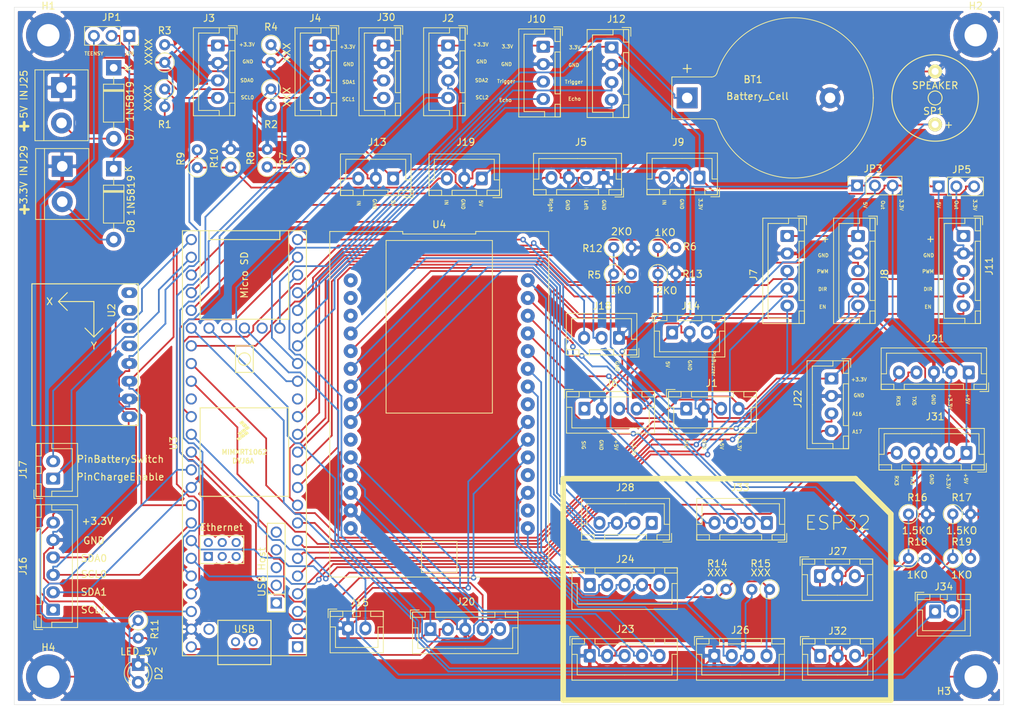
<source format=kicad_pcb>
(kicad_pcb (version 20210424) (generator pcbnew)
  (layers (0 "F.Cu" signal) (31 "B.Cu" signal) (34 "B.Paste" user) (35 "F.Paste" user) (36 "B.SilkS" user "B.Silkscreen") (37 "F.SilkS" user "F.Silkscreen") (38 "B.Mask" user) (39 "F.Mask" user) (44 "Edge.Cuts" user))
  (net 0 "")
  (net 1 "SCL1")
  (net 2 "SDA1")
  (net 3 "GND")
  (net 4 "pinMotorRightPWM")
  (net 5 "pinMotorRightDir")
  (net 6 "pinMotorLeftPWM")
  (net 7 "pinMotorLeftDir")
  (net 8 "pinMotorMowPWM")
  (net 9 "pinMotorMowDir")
  (net 10 "pinMotorMowEnable")
  (net 11 "pinBumperLeft")
  (net 12 "pinBumperRight")
  (net 13 "pinBuzzer")
  (net 14 "pinButton")
  (net 15 "pinRain")
  (net 16 "pinPerimeterLeft")
  (net 17 "pinPerimeterRight")
  (net 18 "pinBatterySwitch")
  (net 19 "SCL0")
  (net 20 "SDA0")
  (net 21 "+5V")
  (net 22 "+3V3")
  (net 23 "Net-(D2-Pad2)")
  (net 24 "Net-(J13-Pad3)")
  (net 25 "Net-(J19-Pad3)")
  (net 26 "Net-(D7-Pad2)")
  (net 27 "Net-(D8-Pad2)")
  (net 28 "RX3")
  (net 29 "TX3")
  (net 30 "pinMotorLeftEnable")
  (net 31 "pinChargeEnable")
  (net 32 "SCL2")
  (net 33 "SDA2")
  (net 34 "pinMotorRightEnable")
  (net 35 "pinOdometryRight")
  (net 36 "pinOdometryLeft")
  (net 37 "Net-(D8-Pad1)")
  (net 38 "Net-(JP1-Pad3)")
  (net 39 "Net-(J1-Pad1)")
  (net 40 "Net-(J6-Pad1)")
  (net 41 "Net-(J7-Pad1)")
  (net 42 "Net-(J11-Pad1)")
  (net 43 "RX1")
  (net 44 "TX1")
  (net 45 "Net-(BT1-Pad1)")
  (net 46 "pinSonarRightEcho")
  (net 47 "pinSonarRightTrigger")
  (net 48 "pinSonarLeftEcho")
  (net 49 "pinSonarLeftTrigger")
  (net 50 "CRX3")
  (net 51 "CTX3")
  (net 52 "RX5")
  (net 53 "TX5")
  (net 54 "Free01")
  (net 55 "FreeA17")
  (net 56 "FreeA16")
  (net 57 "Free02")
  (net 58 "Net-(J23-Pad5)")
  (net 59 "Net-(J23-Pad4)")
  (net 60 "Net-(J23-Pad3)")
  (net 61 "Net-(J24-Pad4)")
  (net 62 "Net-(J24-Pad3)")
  (net 63 "Net-(J24-Pad2)")
  (net 64 "Net-(J24-Pad1)")
  (net 65 "Net-(J26-Pad3)")
  (net 66 "Net-(J26-Pad2)")
  (net 67 "Net-(J27-Pad3)")
  (net 68 "Net-(J28-Pad4)")
  (net 69 "Net-(J28-Pad3)")
  (net 70 "Net-(J28-Pad2)")
  (net 71 "Net-(J28-Pad1)")
  (net 72 "Net-(J32-Pad3)")
  (net 73 "Net-(J33-Pad4)")
  (net 74 "Net-(J33-Pad3)")
  (net 75 "Net-(J33-Pad2)")
  (net 76 "Net-(J33-Pad1)")
  (net 77 "Net-(R18-Pad2)")
  (net 78 "Net-(R19-Pad2)")
  (net 79 "Net-(J34-Pad2)")
  (net 80 "Net-(J34-Pad1)")
  (net 82 "Net-(R7-Pad2)")
  (footprint "Connector_JST:JST_XH_B4B-XH-A_1x04_P2.50mm_Vertical" (layer "F.Cu") (at 100.33 39.49 -90)
    (fp_text reference "J2")
    (fp_text value "I2C2_0")
  )
  (footprint "Connector_JST:JST_XH_B4B-XH-A_1x04_P2.50mm_Vertical" (layer "F.Cu") (at 81.89 39.49 -90)
    (fp_text reference "J4")
    (fp_text value "I2C1_1")
  )
  (footprint "Connector_JST:JST_XH_B4B-XH-A_1x04_P2.50mm_Vertical" (layer "F.Cu") (at 122.646 58.45 180)
    (fp_text reference "J5")
    (fp_text value "Bumper")
  )
  (footprint "Connector_JST:JST_XH_B3B-XH-A_1x03_P2.50mm_Vertical" (layer "F.Cu") (at 136.398 58.42 180)
    (fp_text reference "J9")
    (fp_text value "Rain")
  )
  (footprint "Connector_JST:JST_XH_B4B-XH-A_1x04_P2.50mm_Vertical" (layer "F.Cu") (at 113.976 39.659 -90)
    (fp_text reference "J10")
    (fp_text value "Sonar_R")
  )
  (footprint "Connector_JST:JST_XH_B4B-XH-A_1x04_P2.50mm_Vertical" (layer "F.Cu") (at 123.786 39.749 -90)
    (fp_text reference "J12")
    (fp_text value "Sonar_L")
  )
  (footprint "Connector_JST:JST_XH_B3B-XH-A_1x03_P2.50mm_Vertical" (layer "F.Cu") (at 92.456 58.547 180)
    (fp_text reference "J13")
    (fp_text value "P_Right")
  )
  (footprint "Connector_JST:JST_XH_B2B-XH-A_1x02_P2.50mm_Vertical" (layer "F.Cu") (at 85.979 123.063)
    (fp_text reference "J15")
    (fp_text value "Button")
  )
  (footprint "Resistor_THT:R_Axial_DIN0207_L6.3mm_D2.5mm_P2.54mm_Vertical" (layer "F.Cu") (at 79.101 56.988 90)
    (fp_text reference "R7")
    (fp_text value "1KO")
  )
  (footprint "Resistor_THT:R_Axial_DIN0207_L6.3mm_D2.5mm_P2.54mm_Vertical" (layer "F.Cu") (at 74.391 56.898 90)
    (fp_text reference "R8")
    (fp_text value "2KO")
  )
  (footprint "Resistor_THT:R_Axial_DIN0207_L6.3mm_D2.5mm_P2.54mm_Vertical" (layer "F.Cu") (at 64.361 56.988 90)
    (fp_text reference "R9")
    (fp_text value "1KO")
  )
  (footprint "Resistor_THT:R_Axial_DIN0207_L6.3mm_D2.5mm_P2.54mm_Vertical" (layer "F.Cu") (at 69.151 56.898 90)
    (fp_text reference "R10")
    (fp_text value "2KO")
  )
  (footprint "Resistor_THT:R_Axial_DIN0207_L6.3mm_D2.5mm_P2.54mm_Vertical" (layer "F.Cu") (at 55.88 121.92 -90)
    (fp_text reference "R11")
    (fp_text value "100")
  )
  (footprint "Zimprich:Buzzer_12x9.5RM7.6" (layer "F.Cu") (at 170.18 47.0002 -90)
    (fp_text reference "SP1")
    (fp_text value "SPEAKER")
  )
  (footprint "LED_THT:LED_D3.0mm" (layer "F.Cu") (at 55.88 128.27 -90)
    (fp_text reference "D2")
    (fp_text value "LED_3V")
  )
  (footprint "Connector_JST:JST_XH_B3B-XH-A_1x03_P2.50mm_Vertical" (layer "F.Cu") (at 105.156 58.547 180)
    (fp_text reference "J19")
    (fp_text value "P_Left")
  )
  (footprint "Diode_THT:D_DO-41_SOD81_P10.16mm_Horizontal" (layer "F.Cu") (at 52.37 42.672 -90)
    (fp_text reference "D7")
    (fp_text value "1N5819")
  )
  (footprint "Diode_THT:D_DO-41_SOD81_P10.16mm_Horizontal" (layer "F.Cu") (at 52.37 57.15 -90)
    (fp_text reference "D8")
    (fp_text value "1N5819")
  )
  (footprint "TerminalBlock:TerminalBlock_bornier-2_P5.08mm" (layer "F.Cu") (at 44.89 45.51 -90)
    (fp_text reference "J25")
    (fp_text value "5V IN")
  )
  (footprint "TerminalBlock:TerminalBlock_bornier-2_P5.08mm" (layer "F.Cu") (at 44.99 56.8 -90)
    (fp_text reference "J29")
    (fp_text value "3.3V IN")
  )
  (footprint "Connector_JST:JST_XH_B4B-XH-A_1x04_P2.50mm_Vertical" (layer "F.Cu") (at 91.07 39.49 -90)
    (fp_text reference "J30")
    (fp_text value "I2C1_0")
  )
  (footprint "Resistor_THT:R_Axial_DIN0207_L6.3mm_D2.5mm_P2.54mm_Vertical" (layer "F.Cu") (at 74.93 45.72 -90)
    (fp_text reference "R2")
    (fp_text value "XXX")
  )
  (footprint "Resistor_THT:R_Axial_DIN0207_L6.3mm_D2.5mm_P2.54mm_Vertical" (layer "F.Cu") (at 74.93 39.37 -90)
    (fp_text reference "R4")
    (fp_text value "XXX")
  )
  (footprint "Connector_JST:JST_XH_B3B-XH-A_1x03_P2.50mm_Vertical" (layer "F.Cu") (at 132.461 80.645)
    (fp_text reference "J14")
    (fp_text value "Buzzer")
  )
  (footprint "MountingHole:MountingHole_3.2mm_M3_Pad_TopBottom" (layer "F.Cu") (at 43 38)
    (fp_text reference "H1")
    (fp_text value "MountingHole_Pad")
  )
  (footprint "MountingHole:MountingHole_3.2mm_M3_Pad_TopBottom" (layer "F.Cu") (at 176 38)
    (fp_text reference "H2")
    (fp_text value "MountingHole_Pad")
  )
  (footprint "MountingHole:MountingHole_3.2mm_M3_Pad_TopBottom" (layer "F.Cu") (at 176 130)
    (fp_text reference "H3")
    (fp_text value "MountingHole_Pad")
  )
  (footprint "MountingHole:MountingHole_3.2mm_M3_Pad_TopBottom" (layer "F.Cu") (at 43 130)
    (fp_text reference "H4")
    (fp_text value "MountingHole_Pad")
  )
  (footprint "Connector_JST:JST_XH_B5B-XH-A_1x05_P2.50mm_Vertical" (layer "F.Cu") (at 174.677 97.9076 180)
    (fp_text reference "J31")
    (fp_text value "Ser3")
  )
  (footprint "teensy_library-master:Teensy41" (layer "F.Cu") (at 71.12 96.52 90)
    (fp_text reference "U3")
    (fp_text value "Teensy4.1")
  )
  (footprint "Connector_PinSocket_2.54mm:PinSocket_1x03_P2.54mm_Vertical" (layer "F.Cu") (at 54.61 38.1 -90)
    (fp_text reference "JP1")
    (fp_text value "Jumper_3.3V")
  )
  (footprint "Connector_JST:JST_XH_B4B-XH-A_1x04_P2.50mm_Vertical" (layer "F.Cu") (at 134.493 91.567)
    (fp_text reference "J1")
    (fp_text value "ODO_Left")
  )
  (footprint "Connector_JST:JST_XH_B4B-XH-A_1x04_P2.50mm_Vertical" (layer "F.Cu") (at 119.881 91.567)
    (fp_text reference "J6")
    (fp_text value "ODO_Right")
  )
  (footprint "Connector_JST:JST_XH_B5B-XH-A_1x05_P2.50mm_Vertical" (layer "F.Cu") (at 148.971 66.802 -90)
    (fp_text reference "J7")
    (fp_text value "Motor_Right1")
  )
  (footprint "Connector_JST:JST_XH_B5B-XH-A_1x05_P2.50mm_Vertical" (layer "F.Cu") (at 159.131 66.802 -90)
    (fp_text reference "J8")
    (fp_text value "Motor_Left1")
  )
  (footprint "Connector_JST:JST_XH_B5B-XH-A_1x05_P2.50mm_Vertical" (layer "F.Cu") (at 174.244 66.802 -90)
    (fp_text reference "J11")
    (fp_text value "Cutter")
  )
  (footprint "Connector_PinSocket_2.54mm:PinSocket_1x03_P2.54mm_Vertical" (layer "F.Cu") (at 159.004 59.563 90)
    (fp_text reference "JP3")
    (fp_text value "MotorPower")
  )
  (footprint "Connector_PinSocket_2.54mm:PinSocket_1x03_P2.54mm_Vertical" (layer "F.Cu") (at 170.688 59.69 90)
    (fp_text reference "JP5")
    (fp_text value "CutterPower")
  )
  (footprint "Resistor_THT:R_Axial_DIN0207_L6.3mm_D2.5mm_P2.54mm_Vertical" (layer "F.Cu") (at 124.079 72.263)
    (fp_text reference "R5")
    (fp_text value "1KO")
  )
  (footprint "Resistor_THT:R_Axial_DIN0207_L6.3mm_D2.5mm_P2.54mm_Vertical" (layer "F.Cu") (at 130.429 68.453)
    (fp_text reference "R6")
    (fp_text value "1KO")
  )
  (footprint "Resistor_THT:R_Axial_DIN0207_L6.3mm_D2.5mm_P2.54mm_Vertical" (layer "F.Cu") (at 124.079 68.453)
    (fp_text reference "R12")
    (fp_text value "2KO")
  )
  (footprint "Resistor_THT:R_Axial_DIN0207_L6.3mm_D2.5mm_P2.54mm_Vertical" (layer "F.Cu") (at 130.429 72.263)
    (fp_text reference "R13")
    (fp_text value "2KO")
  )
  (footprint "Resistor_THT:R_Axial_DIN0207_L6.3mm_D2.5mm_P2.54mm_Vertical" (layer "F.Cu") (at 59.69 45.72 -90)
    (fp_text reference "R1")
    (fp_text value "XXXX")
  )
  (footprint "Resistor_THT:R_Axial_DIN0207_L6.3mm_D2.5mm_P2.54mm_Vertical" (layer "F.Cu") (at 59.69 41.91 90)
    (fp_text reference "R3")
    (fp_text value "XXXX")
  )
  (footprint "teensy_library-master:GY-521" (layer "F.Cu") (at 55.88 93.98 90)
    (fp_text reference "U2")
    (fp_text value "GY-521")
  )
  (footprint "Connector_JST:JST_XH_B4B-XH-A_1x04_P2.50mm_Vertical" (layer "F.Cu") (at 67.31 39.49 -90)
    (fp_text reference "J3")
    (fp_text value "I2C0_0")
  )
  (footprint "Connector_JST:JST_XH_B6B-XH-A_1x06_P2.50mm_Vertical" (layer "F.Cu") (at 43.688 120.396 90)
    (fp_text reference "J16")
    (fp_text value "Power_PCB1")
  )
  (footprint "Battery:BatteryHolder_Keystone_103_1x20mm" (layer "F.Cu") (at 134.62 46.99)
    (fp_text reference "BT1")
    (fp_text value "Battery_Cell")
  )
  (footprint "Connector_JST:JST_XH_B2B-XH-A_1x02_P2.50mm_Vertical" (layer "F.Cu") (at 43.688 101.6 90)
    (fp_text reference "J17")
    (fp_text value "Power_PCB2")
  )
  (footprint "Connector_JST:JST_XH_B5B-XH-A_1x05_P2.50mm_Vertical" (layer "F.Cu") (at 97.79 123.19)
    (fp_text reference "J20")
    (fp_text value "Can3")
  )
  (footprint "Connector_JST:JST_XH_B5B-XH-A_1x05_P2.50mm_Vertical" (layer "F.Cu") (at 175.006 86.36 180)
    (fp_text reference "J21")
    (fp_text value "Ser5")
  )
  (footprint "Connector_JST:JST_XH_B3B-XH-A_1x03_P2.50mm_Vertical" (layer "F.Cu") (at 124.841 81.407 180)
    (fp_text reference "J18")
    (fp_text value "Free01_02")
  )
  (footprint "Connector_JST:JST_XH_B4B-XH-A_1x04_P2.50mm_Vertical" (layer "F.Cu") (at 155.321 87.249 -90)
    (fp_text reference "J22")
    (fp_text value "FreeA16_A17")
  )
  (footprint "Connector_JST:JST_XH_B5B-XH-A_1x05_P2.50mm_Vertical" (layer "F.Cu") (at 120.65 127)
    (fp_text reference "J23")
    (fp_text value "ESP RFID1")
  )
  (footprint "Connector_JST:JST_XH_B5B-XH-A_1x05_P2.50mm_Vertical" (layer "F.Cu") (at 120.65 116.84)
    (fp_text reference "J24")
    (fp_text value "ESP RFID2")
  )
  (footprint "Connector_JST:JST_XH_B4B-XH-A_1x04_P2.50mm_Vertical" (layer "F.Cu") (at 138.51 127)
    (fp_text reference "J26")
    (fp_text value "ESP32 I2C")
  )
  (footprint "Resistor_THT:R_Axial_DIN0207_L6.3mm_D2.5mm_P2.54mm_Vertical" (layer "F.Cu") (at 140.208 117.475 180)
    (fp_text reference "R14")
    (fp_text value "XXX")
  )
  (footprint "Resistor_THT:R_Axial_DIN0207_L6.3mm_D2.5mm_P2.54mm_Vertical" (layer "F.Cu") (at 146.431 117.475 180)
    (fp_text reference "R15")
    (fp_text value "XXX")
  )
  (footprint "teensy_library-master:ESP32-DEVKIT-V1" (layer "F.Cu") (at 99.06 90.932 -90)
    (fp_text reference "U4")
    (fp_text value "ESP32-DEVKIT-V1")
  )
  (footprint "Connector_JST:JST_XH_B3B-XH-A_1x03_P2.50mm_Vertical" (layer "F.Cu") (at 153.67 115.57)
    (fp_text reference "J27")
    (fp_text value "ESP32 Sens1")
  )
  (footprint "Connector_JST:JST_XH_B4B-XH-A_1x04_P2.50mm_Vertical" (layer "F.Cu") (at 129.54 107.95 180)
    (fp_text reference "J28")
    (fp_text value "ESP32 FREE")
  )
  (footprint "Connector_JST:JST_XH_B3B-XH-A_1x03_P2.50mm_Vertical" (layer "F.Cu") (at 153.71 127)
    (fp_text reference "J32")
    (fp_text value "ESP32 Sens2")
  )
  (footprint "Connector_JST:JST_XH_B4B-XH-A_1x04_P2.50mm_Vertical" (layer "F.Cu") (at 146.05 107.95 180)
    (fp_text reference "J33")
    (fp_text value "ESP32 I2C/SER")
  )
  (footprint "Resistor_THT:R_Axial_DIN0207_L6.3mm_D2.5mm_P2.54mm_Vertical" (layer "F.Cu") (at 166.37 106.68)
    (fp_text reference "R16")
    (fp_text value "1.5KO")
  )
  (footprint "Resistor_THT:R_Axial_DIN0207_L6.3mm_D2.5mm_P2.54mm_Vertical" (layer "F.Cu") (at 172.72 106.68)
    (fp_text reference "R17")
    (fp_text value "1.5KO")
  )
  (footprint "Resistor_THT:R_Axial_DIN0207_L6.3mm_D2.5mm_P2.54mm_Vertical" (layer "F.Cu") (at 166.37 113.03)
    (fp_text reference "R18")
    (fp_text value "1KO")
  )
  (footprint "Resistor_THT:R_Axial_DIN0207_L6.3mm_D2.5mm_P2.54mm_Vertical" (layer "F.Cu") (at 172.72 113.03)
    (fp_text reference "R19")
    (fp_text value "1KO")
  )
  (footprint "Connector_JST:JST_XH_B2B-XH-A_1x02_P2.50mm_Vertical" (layer "F.Cu") (at 170.18 120.65)
    (fp_text reference "J34")
    (fp_text value "Teensy On/Off")
  )
  (gr_line (start 163.83 106.68) (end 158.75 101.6) (layer "F.SilkS") (width 0.8))
  (gr_line (start 163.83 133.35) (end 163.83 106.68) (layer "F.SilkS") (width 0.8))
  (gr_line (start 116.84 133.35) (end 163.83 133.35) (layer "F.SilkS") (width 0.8))
  (gr_line (start 158.75 101.6) (end 116.84 101.6) (layer "F.SilkS") (width 0.8))
  (gr_line (start 116.84 101.6) (end 116.84 133.35) (layer "F.SilkS") (width 0.8))
  (gr_line (start 38.1 34) (end 180 34) (layer "Edge.Cuts") (width 0.05))
  (gr_line (start 38.1 134) (end 180 134) (layer "Edge.Cuts") (width 0.05))
  (gr_line (start 38.1 34) (end 38.1 134) (layer "Edge.Cuts") (width 0.05))
  (gr_line (start 180 134) (end 180 34) (layer "Edge.Cuts") (width 0.05))
  (gr_text "TX3" (at 166.9264 101.8738 270) (layer "F.SilkS") (effects (font (size 0.5 0.5) (thickness 0.1))))
  (gr_text "RX3" (at 164.6404 101.8738 270) (layer "F.SilkS") (effects (font (size 0.5 0.5) (thickness 0.1))))
  (gr_text "GND" (at 108.712 42.164) (layer "F.SilkS") (effects (font (size 0.5 0.5) (thickness 0.1))))
  (gr_text "Trigger" (at 108.656 44.609) (layer "F.SilkS") (effects (font (size 0.5 0.5) (thickness 0.1))))
  (gr_text "Echo" (at 108.556 47.319) (layer "F.SilkS") (effects (font (size 0.5 0.5) (thickness 0.1))))
  (gr_text "Trigger" (at 118.366 44.699) (layer "F.SilkS") (effects (font (size 0.5 0.5) (thickness 0.1))))
  (gr_text "Echo" (at 118.466 47.129) (layer "F.SilkS") (effects (font (size 0.5 0.5) (thickness 0.1))))
  (gr_text "GND" (at 71.612 41.79) (layer "F.SilkS") (effects (font (size 0.5 0.5) (thickness 0.1))))
  (gr_text "+3.3V" (at 71.482 39.34) (layer "F.SilkS") (effects (font (size 0.5 0.5) (thickness 0.1))))
  (gr_text "SDA0" (at 71.485 44.48) (layer "F.SilkS") (effects (font (size 0.5 0.5) (thickness 0.1))))
  (gr_text "SCL0" (at 71.545 46.93) (layer "F.SilkS") (effects (font (size 0.5 0.5) (thickness 0.1))))
  (gr_text "+3.3V" (at 85.9 39.67) (layer "F.SilkS") (effects (font (size 0.5 0.5) (thickness 0.1))))
  (gr_text "GND" (at 86.05 42.17) (layer "F.SilkS") (effects (font (size 0.5 0.5) (thickness 0.1))))
  (gr_text "SDA1" (at 86.11 44.73) (layer "F.SilkS") (effects (font (size 0.5 0.5) (thickness 0.1))))
  (gr_text "SCL1" (at 86.05 47.19) (layer "F.SilkS") (effects (font (size 0.5 0.5) (thickness 0.1))))
  (gr_text "+" (at 39.53 50.95) (layer "F.SilkS") (effects (font (size 1.5 1.5) (thickness 0.375))))
  (gr_text "+" (at 39.58 62.89) (layer "F.SilkS") (effects (font (size 1.5 1.5) (thickness 0.375))))
  (gr_text "+3.3V" (at 172.0774 101.9568 270) (layer "F.SilkS") (effects (font (size 0.5 0.5) (thickness 0.1))))
  (gr_text "+5V" (at 174.5974 101.5968 270) (layer "F.SilkS") (effects (font (size 0.5 0.5) (thickness 0.1))))
  (gr_text "GND" (at 169.6874 101.6868 270) (layer "F.SilkS") (effects (font (size 0.5 0.5) (thickness 0.1))))
  (gr_text "Left" (at 120.142 62.357 270) (layer "F.SilkS") (effects (font (size 0.5 0.5) (thickness 0.1))))
  (gr_text "Right" (at 115.062 62.357 270) (layer "F.SilkS") (effects (font (size 0.5 0.5) (thickness 0.1))))
  (gr_text "GND" (at 117.475 62.353 270) (layer "F.SilkS") (effects (font (size 0.5 0.5) (thickness 0.1))))
  (gr_text "GND" (at 122.682 62.343 270) (layer "F.SilkS") (effects (font (size 0.5 0.5) (thickness 0.1))))
  (gr_text "GND" (at 89.789 62.216 270) (layer "F.SilkS") (effects (font (size 0.5 0.5) (thickness 0.1))))
  (gr_text "5V" (at 105.029 62.103 -90) (layer "F.SilkS") (effects (font (size 0.5 0.5) (thickness 0.1))))
  (gr_text "3.3V" (at 136.525 62.23 -90) (layer "F.SilkS") (effects (font (size 0.5 0.5) (thickness 0.1))))
  (gr_text "IN" (at 100.076 61.976 -90) (layer "F.SilkS") (effects (font (size 0.5 0.5) (thickness 0.1))))
  (gr_text "SCL0" (at 49.53 115.316) (layer "F.SilkS") (effects (font (size 1 1))))
  (gr_text "SDA0" (at 49.53 113.03) (layer "F.SilkS") (effects (font (size 1 1))))
  (gr_text "GND" (at 49.53 110.49) (layer "F.SilkS") (effects (font (size 1 1))))
  (gr_text "SDA2" (at 105.14 44.48) (layer "F.SilkS") (effects (font (size 0.5 0.5) (thickness 0.1))))
  (gr_text "SCL2\n" (at 105.2 46.93) (layer "F.SilkS") (effects (font (size 0.5 0.5) (thickness 0.1))))
  (gr_text "+3.3V" (at 105.01 39.34) (layer "F.SilkS") (effects (font (size 0.5 0.5) (thickness 0.1))))
  (gr_text "GND" (at 105.14 41.79) (layer "F.SilkS") (effects (font (size 0.5 0.5) (thickness 0.1))))
  (gr_text "GND" (at 154.1378 69.5806) (layer "F.SilkS") (effects (font (size 0.5 0.5) (thickness 0.1))))
  (gr_text "PWM" (at 154.051 71.882) (layer "F.SilkS") (effects (font (size 0.5 0.5) (thickness 0.1))))
  (gr_text "+" (at 154.4078 67.1906) (layer "F.SilkS") (effects (font (size 1 1))))
  (gr_text "EN" (at 154.051 76.962) (layer "F.SilkS") (effects (font (size 0.5 0.5) (thickness 0.1))))
  (gr_text "DIR" (at 154.051 74.422) (layer "F.SilkS") (effects (font (size 0.5 0.5) (thickness 0.1))))
  (gr_text "PWM" (at 169.164 71.882) (layer "F.SilkS") (effects (font (size 0.5 0.5) (thickness 0.1))))
  (gr_text "GND" (at 169.2508 69.5806) (layer "F.SilkS") (effects (font (size 0.5 0.5) (thickness 0.1))))
  (gr_text "+" (at 169.5208 67.1906) (layer "F.SilkS") (effects (font (size 1 1))))
  (gr_text "EN" (at 169.164 76.962) (layer "F.SilkS") (effects (font (size 0.5 0.5) (thickness 0.1))))
  (gr_text "DIR" (at 169.164 74.422) (layer "F.SilkS") (effects (font (size 0.5 0.5) (thickness 0.1))))
  (gr_text "GND" (at 122.301 96.774 270) (layer "F.SilkS") (effects (font (size 0.5 0.5) (thickness 0.1))))
  (gr_text "SIG" (at 119.761 96.774 270) (layer "F.SilkS") (effects (font (size 0.5 0.5) (thickness 0.1))))
  (gr_text "+5V" (at 124.4324 96.7708 270) (layer "F.SilkS") (effects (font (size 0.5 0.5) (thickness 0.1))))
  (gr_text "+3.3V" (at 126.9924 97.1308 270) (layer "F.SilkS") (effects (font (size 0.5 0.5) (thickness 0.1))))
  (gr_text "GND" (at 137.033 96.647 270) (layer "F.SilkS") (effects (font (size 0.5 0.5) (thickness 0.1))))
  (gr_text "SIG" (at 134.493 96.647 270) (layer "F.SilkS") (effects (font (size 0.5 0.5) (thickness 0.1))))
  (gr_text "+3.3V" (at 142.113 96.52 270) (layer "F.SilkS") (effects (font (size 0.5 0.5) (thickness 0.1))))
  (gr_text "+5V" (at 139.573 96.6438 270) (layer "F.SilkS") (effects (font (size 0.5 0.5) (thickness 0.1))))
  (gr_text "PinChargeEnable" (at 53.34 101.346) (layer "F.SilkS") (effects (font (size 1 1))))
  (gr_text "GND" (at 169.9414 90.2568 270) (layer "F.SilkS") (effects (font (size 0.5 0.5) (thickness 0.1))))
  (gr_text "+3.3V" (at 172.3314 90.5268 270) (layer "F.SilkS") (effects (font (size 0.5 0.5) (thickness 0.1))))
  (gr_text "+5V" (at 174.8514 90.1668 270) (layer "F.SilkS") (effects (font (size 0.5 0.5) (thickness 0.1))))
  (gr_text "RX5" (at 164.8944 90.4438 -90) (layer "F.SilkS") (effects (font (size 0.5 0.5) (thickness 0.1))))
  (gr_text "TX5" (at 167.1804 90.4438 -90) (layer "F.SilkS") (effects (font (size 0.5 0.5) (thickness 0.1))))
  (gr_text "3.3V" (at 165.354 62.357 -90) (layer "F.SilkS") (effects (font (size 0.5 0.5) (thickness 0.1))))
  (gr_text "Out" (at 162.687 62.343 -90) (layer "F.SilkS") (effects (font (size 0.5 0.5) (thickness 0.1))))
  (gr_text "5V" (at 160.147 62.357 -90) (layer "F.SilkS") (effects (font (size 0.5 0.5) (thickness 0.1))))
  (gr_text "Out" (at 173.228 62.343 -90) (layer "F.SilkS") (effects (font (size 0.5 0.5) (thickness 0.1))))
  (gr_text "3.3V" (at 175.895 62.357 -90) (layer "F.SilkS") (effects (font (size 0.5 0.5) (thickness 0.1))))
  (gr_text "5V" (at 170.688 62.357 -90) (layer "F.SilkS") (effects (font (size 0.5 0.5) (thickness 0.1))))
  (gr_text "GND" (at 118.364 42.291) (layer "F.SilkS") (effects (font (size 0.5 0.5) (thickness 0.1))))
  (gr_text "3.3V" (at 118.491 39.751) (layer "F.SilkS") (effects (font (size 0.5 0.5) (thickness 0.1))))
  (gr_text "GND\n" (at 135.001 85.344 -90) (layer "F.SilkS") (effects (font (size 0.5 0.5) (thickness 0.1))))
  (gr_text "PinBuzzer" (at 138.43 85.09 -90) (layer "F.SilkS") (effects (font (size 0.5 0.5) (thickness 0.1))))
  (gr_text "5V" (at 131.826 85.217 -90) (layer "F.SilkS") (effects (font (size 0.5 0.5) (thickness 0.1))))
  (gr_text "+3.3V" (at 159.258 87.376) (layer "F.SilkS") (effects (font (size 0.5 0.5) (thickness 0.1))))
  (gr_text "GND" (at 159.258 89.662) (layer "F.SilkS") (effects (font (size 0.5 0.5) (thickness 0.1))))
  (gr_text "A17" (at 159.004 94.869) (layer "F.SilkS") (effects (font (size 0.5 0.5) (thickness 0.1))))
  (gr_text "A16\n" (at 159.004 92.329) (layer "F.SilkS") (effects (font (size 0.5 0.5) (thickness 0.1))))
  (gr_text "GND" (at 124.587 85.471 270) (layer "F.SilkS") (effects (font (size 0.5 0.5) (thickness 0.1))))
  (gr_text "J29\n" (at 54.61 40.64) (layer "F.SilkS") (effects (font (size 0.5 0.5) (thickness 0.1))))
  (gr_text "3.3V" (at 108.839 39.624) (layer "F.SilkS") (effects (font (size 0.5 0.5) (thickness 0.1))))
  (gr_text "SCL1\n" (at 49.53 120.396) (layer "F.SilkS") (effects (font (size 1 1))))
  (gr_text "ESP32" (at 156.21 107.95) (layer "F.SilkS") (effects (font (size 2 2))))
  (gr_text "IN" (at 131.318 61.976 -90) (layer "F.SilkS") (effects (font (size 0.5 0.5) (thickness 0.1))))
  (gr_text "GND" (at 133.858 62.216 270) (layer "F.SilkS") (effects (font (size 0.5 0.5) (thickness 0.1))))
  (gr_text "GND" (at 102.489 62.23 270) (layer "F.SilkS") (effects (font (size 0.5 0.5) (thickness 0.1))))
  (gr_text "TEENSY" (at 49.53 40.64) (layer "F.SilkS") (effects (font (size 0.5 0.5) (thickness 0.1))))
  (gr_text "5V" (at 92.456 62.103 -90) (layer "F.SilkS") (effects (font (size 0.5 0.5) (thickness 0.1))))
  (gr_text "+3.3V" (at 50.038 107.696) (layer "F.SilkS") (effects (font (size 1 1))))
  (gr_text "PinBatterySwitch" (at 53.34 98.806) (layer "F.SilkS") (effects (font (size 1 1))))
  (gr_text "IN" (at 87.503 62.103 -90) (layer "F.SilkS") (effects (font (size 0.5 0.5) (thickness 0.1))))
  (gr_text "SDA1\n" (at 49.53 117.856) (layer "F.SilkS") (effects (font (size 1 1))))
  (segment (start 76.2 46.99) (end 81.89 46.99) (width 0.25) (layer "F.Cu") (net 1))
  (segment (start 74.93 45.72) (end 76.2 46.99) (width 0.25) (layer "F.Cu") (net 1))
  (segment (start 81.89 46.99) (end 91.07 46.99) (width 0.25) (layer "F.Cu") (net 1))
  (segment (start 61.4445 100.33) (end 61.4445 75.3662) (width 0.25) (layer "B.Cu") (net 1))
  (segment (start 43.1495 116.646) (end 42.3807 117.4148) (width 0.25) (layer "B.Cu") (net 1))
  (segment (start 42.3807 117.4148) (end 42.3807 119.0887) (width 0.25) (layer "B.Cu") (net 1))
  (segment (start 45.1285 116.646) (end 43.1495 116.646) (width 0.25) (layer "B.Cu") (net 1))
  (segment (start 63.0193 73.7914) (end 63.7687 73.7914) (width 0.25) (layer "B.Cu") (net 1))
  (segment (start 61.4445 75.3662) (end 63.0193 73.7914) (width 0.25) (layer "B.Cu") (net 1))
  (segment (start 65.5261 64.0641) (end 72.9415 56.6487) (width 0.25) (layer "B.Cu") (net 1))
  (segment (start 63.5 100.33) (end 61.4445 100.33) (width 0.25) (layer "B.Cu") (net 1))
  (segment (start 72.9415 47.7085) (end 74.93 45.72) (width 0.25) (layer "B.Cu") (net 1))
  (segment (start 63.7687 73.7914) (end 65.5261 72.034) (width 0.25) (layer "B.Cu") (net 1))
  (segment (start 65.5261 72.034) (end 65.5261 64.0641) (width 0.25) (layer "B.Cu") (net 1))
  (segment (start 72.9415 56.6487) (end 72.9415 47.7085) (width 0.25) (layer "B.Cu") (net 1))
  (segment (start 61.4445 100.33) (end 45.1285 116.646) (width 0.25) (layer "B.Cu") (net 1))
  (segment (start 42.3807 119.0887) (end 43.688 120.396) (width 0.25) (layer "B.Cu") (net 1))
  (segment (start 81.89 44.49) (end 91.07 44.49) (width 0.25) (layer "F.Cu") (net 2))
  (segment (start 65.9765 74.085) (end 63.8615 76.2) (width 0.25) (layer "B.Cu") (net 2))
  (segment (start 81.89 44.49) (end 80.5897 44.49) (width 0.25) (layer "B.Cu") (net 2))
  (segment (start 63.8615 76.2) (end 63.1276 76.2) (width 0.25) (layer "B.Cu") (net 2))
  (segment (start 76.5057 48.3395) (end 76.5057 57.0379) (width 0.25) (layer "B.Cu") (net 2))
  (segment (start 48.474 117.896) (end 43.688 117.896) (width 0.25) (layer "B.Cu") (net 2))
  (segment (start 80.2026 44.6426) (end 80.4371 44.6426) (width 0.25) (layer "B.Cu") (net 2))
  (segment (start 63.1276 76.2) (end 61.8949 77.4327) (width 0.25) (layer "B.Cu") (net 2))
  (segment (start 64.655 99.85) (end 64.655 101.715) (width 0.25) (layer "B.Cu") (net 2))
  (segment (start 65.9765 67.5671) (end 65.9765 74.085) (width 0.25) (layer "B.Cu") (net 2))
  (segment (start 63.865 99.06) (end 64.655 99.85) (width 0.25) (layer "B.Cu") (net 2))
  (segment (start 80.2026 44.6426) (end 74.93 39.37) (width 0.25) (layer "B.Cu") (net 2))
  (segment (start 61.8949 77.4327) (end 61.8949 97.8352) (width 0.25) (layer "B.Cu") (net 2))
  (segment (start 76.5057 57.0379) (end 65.9765 67.5671) (width 0.25) (layer "B.Cu") (net 2))
  (segment (start 63.1197 99.06) (end 63.865 99.06) (width 0.25) (layer "B.Cu") (net 2))
  (segment (start 80.4371 44.6426) (end 80.5897 44.49) (width 0.25) (layer "B.Cu") (net 2))
  (segment (start 63.5 102.87) (end 48.474 117.896) (width 0.25) (layer "B.Cu") (net 2))
  (segment (start 80.2026 44.6426) (end 76.5057 48.3395) (width 0.25) (layer "B.Cu") (net 2))
  (segment (start 61.8949 97.8352) (end 63.1197 99.06) (width 0.25) (layer "B.Cu") (net 2))
  (segment (start 64.655 101.715) (end 63.5 102.87) (width 0.25) (layer "B.Cu") (net 2))
  (segment (start 88.7807 58.0328) (end 88.7807 58.547) (width 0.25) (layer "F.Cu") (net 3))
  (segment (start 47.2437 42.2436) (end 48.2407 41.2466) (width 0.25) (layer "F.Cu") (net 3))
  (segment (start 138.51 127) (end 139.8282 128.3182) (width 0.25) (layer "F.Cu") (net 3))
  (segment (start 122.381 90.0759) (end 122.381 91.567) (width 0.25) (layer "F.Cu") (net 3))
  (segment (start 48.2407 41.2466) (end 54.0668 41.2466) (width 0.25) (layer "F.Cu") (net 3))
  (segment (start 133.7857 79.7635) (end 133.7857 80.645) (width 0.25) (layer "F.Cu") (net 3))
  (segment (start 104.365 57.1318) (end 103.8313 57.6655) (width 0.25) (layer "F.Cu") (net 3))
  (segment (start 102.656 58.547) (end 103.8313 58.547) (width 0.25) (layer "F.Cu") (net 3))
  (segment (start 150.8692 92.9005) (end 154.0207 89.749) (width 0.25) (layer "F.Cu") (net 3))
  (segment (start 76.8058 55.6475) (end 86.3954 55.6475) (width 0.25) (layer "F.Cu") (net 3))
  (segment (start 63.5 123.19) (end 56.956 116.646) (width 0.25) (layer "F.Cu") (net 3))
  (segment (start 132.969 72.263) (end 134.0943 72.263) (width 0.25) (layer "F.Cu") (net 3))
  (segment (start 115.6667 42.249) (end 115.3663 42.249) (width 0.25) (layer "F.Cu") (net 3))
  (segment (start 69.151 54.358) (end 74.391 54.358) (width 0.25) (layer "F.Cu") (net 3))
  (segment (start 134.0943 72.263) (end 137.0553 69.302) (width 0.25) (layer "F.Cu") (net 3))
  (segment (start 159.131 69.302) (end 150.2713 69.302) (width 0.25) (layer "F.Cu") (net 3))
  (segment (start 115.6667 57.1318) (end 104.365 57.1318) (width 0.25) (layer "F.Cu") (net 3))
  (segment (start 56.956 116.646) (end 43.1205 116.646) (width 0.25) (layer "F.Cu") (net 3))
  (segment (start 156.7977 115.57) (end 157.3453 115.57) (width 0.25) (layer "F.Cu") (net 3))
  (segment (start 67.31 43.1653) (end 81.89 43.1653) (width 0.25) (layer "F.Cu") (net 3))
  (segment (start 102.79 123.19) (end 102.2744 123.19) (width 0.25) (layer "F.Cu") (net 3))
  (segment (start 42.3784 115.9039) (end 42.3784 112.3667) (width 0.25) (layer "F.Cu") (net 3))
  (segment (start 116.4707 57.9358) (end 115.6667 57.1318) (width 0.25) (layer "F.Cu") (net 3))
  (segment (start 100.6704 121.7315) (end 101.6147 122.6758) (width 0.25) (layer "F.Cu") (net 3))
  (segment (start 139.8282 128.3182) (end 154.598 128.3182) (width 0.25) (layer "F.Cu") (net 3))
  (segment (start 44.89 45.51) (end 44.89 44.5973) (width 0.25) (layer "F.Cu") (net 3))
  (segment (start 134.961 80.645) (end 133.7857 80.645) (width 0.25) (layer "F.Cu") (net 3))
  (segment (start 166.9408 107.8053) (end 164.5958 107.8053) (width 0.25) (layer "F.Cu") (net 3))
  (segment (start 128.1502 79.335) (end 133.3572 79.335) (width 0.25) (layer "F.Cu") (net 3))
  (segment (start 115.6667 42.249) (end 115.6667 57.1318) (width 0.25) (layer "F.Cu") (net 3))
  (segment (start 116.4707 58.45) (end 116.4707 57.9358) (width 0.25) (layer "F.Cu") (net 3))
  (segment (start 157.3453 115.0558) (end 157.3453 115.57) (width 0.25) (layer "F.Cu") (net 3))
  (segment (start 113.976 42.159) (end 112.6757 42.159) (width 0.25) (layer "F.Cu") (net 3))
  (segment (start 103.8313 57.6655) (end 103.8313 58.547) (width 0.25) (layer "F.Cu") (net 3))
  (segment (start 102.2744 123.19) (end 106.0844 127) (width 0.25) (layer "F.Cu") (net 3))
  (segment (start 106.0844 127) (end 120.65 127) (width 0.25) (layer "F.Cu") (net 3))
  (segment (start 55.8556 43.0354) (end 60.5362 43.0354) (width 0.25) (layer "F.Cu") (net 3))
  (segment (start 42.3784 112.3667) (end 43.1738 111.5713) (width 0.25) (layer "F.Cu") (net 3))
  (segment (start 117.646 58.45) (end 116.4707 58.45) (width 0.25) (layer "F.Cu") (net 3))
  (segment (start 156.17 115.57) (end 156.7977 115.57) (width 0.25) (layer "F.Cu") (net 3))
  (segment (start 157.3853 127.5142) (end 159.8711 130) (width 0.25) (layer "F.Cu") (net 3))
  (segment (start 133.3572 79.335) (end 133.7857 79.7635) (width 0.25) (layer "F.Cu") (net 3))
  (segment (start 137.2085 128.3015) (end 121.9515 128.3015) (width 0.25) (layer "F.Cu") (net 3))
  (segment (start 91.07 41.99) (end 81.89 41.99) (width 0.25) (layer "F.Cu") (net 3))
  (segment (start 164.5958 107.8053) (end 157.3453 115.0558) (width 0.25) (layer "F.Cu") (net 3))
  (segment (start 60.6661 43.1653) (end 67.31 43.1653) (width 0.25) (layer "F.Cu") (net 3))
  (segment (start 126.0782 81.407) (end 128.1502 79.335) (width 0.25) (layer "F.Cu") (net 3))
  (segment (start 115.3663 42.249) (end 115.2763 42.159) (width 0.25) (layer "F.Cu") (net 3))
  (segment (start 55.88 128.27) (end 54.6547 128.27) (width 0.25) (layer "F.Cu") (net 3))
  (segment (start 89.956 58.547) (end 88.7807 58.547) (width 0.25) (layer "F.Cu") (net 3))
  (segment (start 60.5362 43.0354) (end 60.6661 43.1653) (width 0.25) (layer "F.Cu") (net 3))
  (segment (start 154.598 128.3182) (end 155.0347 127.8815) (width 0.25) (layer "F.Cu") (net 3))
  (segment (start 138.1683 92.0812) (end 138.9876 92.9005) (width 0.25) (layer "F.Cu") (net 3))
  (segment (start 121.9515 128.3015) (end 120.65 127) (width 0.25) (layer "F.Cu") (net 3))
  (segment (start 43.688 110.396) (end 43.688 111.5713) (width 0.25) (layer "F.Cu") (net 3))
  (segment (start 54.6547 128.27) (end 52.9247 130) (width 0.25) (layer "F.Cu") (net 3))
  (segment (start 170.18 43.2004) (end 158.8996 43.2004) (width 0.25) (layer "F.Cu") (net 3))
  (segment (start 156.7977 127) (end 156.7977 115.57) (width 0.25) (layer "F.Cu") (net 3))
  (segment (start 159.8711 130) (end 176 130) (width 0.25) (layer "F.Cu") (net 3))
  (segment (start 167.7847 106.9614) (end 166.9408 107.8053) (width 0.25) (layer "F.Cu") (net 3))
  (segment (start 156.21 127) (end 155.0347 127) (width 0.25) (layer "F.Cu") (net 3))
  (segment (start 75.5163 54.358) (end 76.8058 55.6475) (width 0.25) (layer "F.Cu") (net 3))
  (segment (start 54.0668 41.2466) (end 55.8556 43.0354) (width 0.25) (layer "F.Cu") (net 3))
  (segment (start 47.2437 42.2436) (end 43 38) (width 0.25) (layer "F.Cu") (net 3))
  (segment (start 74.391 54.358) (end 75.5163 54.358) (width 0.25) (layer "F.Cu") (net 3))
  (segment (start 156.7977 127) (end 157.3853 127) (width 0.25) (layer "F.Cu") (net 3))
  (segment (start 155.321 89.749) (end 154.0207 89.749) (width 0.25) (layer "F.Cu") (net 3))
  (segment (start 81.89 41.99) (end 81.89 43.1653) (width 0.25) (layer "F.Cu") (net 3))
  (segment (start 138.51 127) (end 137.2085 128.3015) (width 0.25) (layer "F.Cu") (net 3))
  (segment (start 113.976 42.159) (end 115.2763 42.159) (width 0.25) (layer "F.Cu") (net 3))
  (segment (start 156.21 127) (end 156.7977 127) (width 0.25) (layer "F.Cu") (net 3))
  (segment (start 136.993 91.567) (end 138.1683 91.567) (width 0.25) (layer "F.Cu") (net 3))
  (segment (start 44.89 44.5973) (end 47.2437 42.2436) (width 0.25) (layer "F.Cu") (net 3))
  (segment (start 43.1738 111.5713) (end 43.688 111.5713) (width 0.25) (layer "F.Cu") (net 3))
  (segment (start 174.244 69.302) (end 159.131 69.302) (width 0.25) (layer "F.Cu") (net 3))
  (segment (start 155.0347 127.8815) (end 155.0347 127) (width 0.25) (layer "F.Cu") (net 3))
  (segment (start 124.841 81.407) (end 126.0782 81.407) (width 0.25) (layer "F.Cu") (net 3))
  (segment (start 138.1683 91.567) (end 138.1683 92.0812) (width 0.25) (layer "F.Cu") (net 3))
  (segment (start 126.0782 86.3787) (end 122.381 90.0759) (width 0.25) (layer "F.Cu") (net 3))
  (segment (start 85.979 123.063) (end 87.3105 121.7315) (width 0.25) (layer "F.Cu") (net 3))
  (segment (start 157.3853 127) (end 157.3853 127.5142) (width 0.25) (layer "F.Cu") (net 3))
  (segment (start 167.7847 106.68) (end 167.7847 106.9614) (width 0.25) (layer "F.Cu") (net 3))
  (segment (start 123.786 42.249) (end 115.6667 42.249) (width 0.25) (layer "F.Cu") (net 3))
  (segment (start 102.2744 123.19) (end 101.6147 123.19) (width 0.25) (layer "F.Cu") (net 3))
  (segment (start 87.3105 121.7315) (end 100.6704 121.7315) (width 0.25) (layer "F.Cu") (net 3))
  (segment (start 137.0553 69.302) (end 148.971 69.302) (width 0.25) (layer "F.Cu") (net 3))
  (segment (start 148.971 69.302) (end 150.2713 69.302) (width 0.25) (layer "F.Cu") (net 3))
  (segment (start 43.1205 116.646) (end 42.3784 115.9039) (width 0.25) (layer "F.Cu") (net 3))
  (segment (start 86.3954 55.6475) (end 88.7807 58.0328) (width 0.25) (layer "F.Cu") (net 3))
  (segment (start 67.31 41.99) (end 67.31 43.1653) (width 0.25) (layer "F.Cu") (net 3))
  (segment (start 158.8996 43.2004) (end 155.11 46.99) (width 0.25) (layer "F.Cu") (net 3))
  (segment (start 112.5067 41.99) (end 112.6757 42.159) (width 0.25) (layer "F.Cu") (net 3))
  (segment (start 100.33 41.99) (end 112.5067 41.99) (width 0.25) (layer "F.Cu") (net 3))
  (segment (start 138.9876 92.9005) (end 150.8692 92.9005) (width 0.25) (layer "F.Cu") (net 3))
  (segment (start 101.6147 122.6758) (end 101.6147 123.19) (width 0.25) (layer "F.Cu") (net 3))
  (segment (start 91.07 41.99) (end 100.33 41.99) (width 0.25) (layer "F.Cu") (net 3))
  (segment (start 168.91 106.68) (end 167.7847 106.68) (width 0.25) (layer "F.Cu") (net 3))
  (segment (start 52.9247 130) (end 43 130) (width 0.25) (layer "F.Cu") (net 3))
  (segment (start 126.0782 81.407) (end 126.0782 86.3787) (width 0.25) (layer "F.Cu") (net 3))
  (segment (start 119.6132 59.7561) (end 121.3399 59.7561) (width 0.25) (layer "B.Cu") (net 3))
  (segment (start 84.954 122.038) (end 85.979 123.063) (width 0.25) (layer "B.Cu") (net 3))
  (segment (start 127.7819 71.1367) (end 127.7819 78.4661) (width 0.25) (layer "B.Cu") (net 3))
  (segment (start 126.6342 62.4382) (end 122.646 58.45) (width 0.25) (layer "B.Cu") (net 3))
  (segment (start 126.619 68.453) (end 126.619 67.3277) (width 0.25) (layer "B.Cu") (net 3))
  (segment (start 64.652 122.038) (end 84.954 122.038) (width 0.25) (layer "B.Cu") (net 3))
  (segment (start 169.677 104.7877) (end 172.4725 104.7877) (width 0.25) (layer "B.Cu") (net 3))
  (segment (start 170.006 86.36) (end 170.006 87.6603) (width 0.25) (layer "B.Cu") (net 3))
  (segment (start 173.3625 68.1267) (end 172.052 66.8162) (width 0.25) (layer "B.Cu") (net 3))
  (segment (start 62.1853 123.19) (end 63.5 123.19) (width 0.25) (layer "B.Cu") (net 3))
  (segment (start 169.677 104.7877) (end 168.91 105.5547) (width 0.25) (layer "B.Cu") (net 3))
  (segment (start 52.3742 92.9495) (end 52.3742 101.0487) (width 0.25) (layer "B.Cu") (net 3))
  (segment (start 43.688 110.396) (end 43.688 109.2207) (width 0.25) (layer "B.Cu") (net 3))
  (segment (start 172.052 66.8162) (end 172.052 44.4528) (width 0.25) (layer "B.Cu") (net 3))
  (segment (start 130.9987 71.1367) (end 127.7819 71.1367) (width 0.25) (layer "B.Cu") (net 3))
  (segment (start 175.26 106.68) (end 174.1347 106.68) (width 0.25) (layer "B.Cu") (net 3))
  (segment (start 172.4725 104.7877) (end 174.1347 106.4499) (width 0.25) (layer "B.Cu") (net 3))
  (segment (start 118.8213 58.9642) (end 119.6132 59.7561) (width 0.25) (layer "B.Cu") (net 3))
  (segment (start 132.969 72.263) (end 131.8437 72.263) (width 0.25) (layer "B.Cu") (net 3))
  (segment (start 67.31 43.1653) (end 67.8242 43.1653) (width 0.25) (layer "B.Cu") (net 3))
  (segment (start 169.677 97.9076) (end 169.677 104.7877) (width 0.25) (layer "B.Cu") (net 3))
  (segment (start 67.31 41.99) (end 67.31 43.1653) (width 0.25) (layer "B.Cu") (net 3))
  (segment (start 169.677 87.9893) (end 169.677 89.749) (width 0.25) (layer "B.Cu") (net 3))
  (segment (start 134.961 81.9453) (end 135.8177 82.802) (width 0.25) (layer "B.Cu") (net 3))
  (segment (start 168.91 106.68) (end 168.91 105.5547) (width 0.25) (layer "B.Cu") (net 3))
  (segment (start 63.5 123.19) (end 64.652 122.038) (width 0.25) (layer "B.Cu") (net 3))
  (segment (start 174.244 69.302) (end 174.244 68.1267) (width 0.25) (layer "B.Cu") (net 3))
  (segment (start 170.18 43.2004) (end 170.7996 43.2004) (width 0.25) (layer "B.Cu") (net 3))
  (segment (start 129.1767 62.4382) (end 126.6342 62.4382) (width 0.25) (layer "B.Cu") (net 3))
  (segment (start 52.3742 101.0487) (end 44.2022 109.2207) (width 0.25) (layer "B.Cu") (net 3))
  (segment (start 121.3399 59.7561) (end 122.646 58.45) (width 0.25) (layer "B.Cu") (net 3))
  (segment (start 135.8177 82.802) (end 135.8177 91.567) (width 0.25) (layer "B.Cu") (net 3))
  (segment (start 126.6342 62.4382) (end 126.6342 67.3125) (width 0.25) (layer "B.Cu") (net 3))
  (segment (start 44.89 45.51) (end 44.89 47.3353) (width 0.25) (layer "B.Cu") (net 3))
  (segment (start 44.99 56.8) (end 44.99 54.9747) (width 0.25) (layer "B.Cu") (net 3))
  (segment (start 172.052 44.4528) (end 170.7996 43.2004) (width 0.25) (layer "B.Cu") (net 3))
  (segment (start 127.7819 70.7412) (end 127.7819 71.1367) (width 0.25) (layer "B.Cu") (net 3))
  (segment (start 101.6147 121.4267) (end 86.36 106.172) (width 0.25) (layer "B.Cu") (net 3))
  (segment (start 169.677 89.749) (end 169.677 97.9076) (width 0.25) (layer "B.Cu") (net 3))
  (segment (start 170.006 87.6603) (end 169.677 87.9893) (width 0.25) (layer "B.Cu") (net 3))
  (segment (start 117.646 58.45) (end 118.8213 58.45) (width 0.25) (layer "B.Cu") (net 3))
  (segment (start 132.7227 58.8922) (end 129.1767 62.4382) (width 0.25) (layer "B.Cu") (net 3))
  (segment (start 46.7153 53.2494) (end 46.7153 49.1606) (width 0.25) (layer "B.Cu") (net 3))
  (segment (start 174.1347 106.4499) (end 174.1347 106.68) (width 0.25) (layer "B.Cu") (net 3))
  (segment (start 127.7819 78.4661) (end 124.841 81.407) (width 0.25) (layer "B.Cu") (net 3))
  (segment (start 126.6342 67.3125) (end 126.619 67.3277) (width 0.25) (layer "B.Cu") (net 3))
  (segment (start 54.0664 91.2573) (end 52.3742 92.9495) (width 0.25) (layer "B.Cu") (net 3))
  (segment (start 132.7227 58.42) (end 132.7227 58.8922) (width 0.25) (layer "B.Cu") (net 3))
  (segment (start 57.1053 128.27) (end 62.1853 123.19) (width 0.25) (layer "B.Cu") (net 3))
  (segment (start 134.961 80.645) (end 134.961 81.9453) (width 0.25) (layer "B.Cu") (net 3))
  (segment (start 131.8437 71.9817) (end 130.9987 71.1367) (width 0.25) (layer "B.Cu") (net 3))
  (segment (start 67.8242 43.1653) (end 69.151 44.4921) (width 0.25) (layer "B.Cu") (net 3))
  (segment (start 170.7996 43.2004) (end 176 38) (width 0.25) (layer "B.Cu") (net 3))
  (segment (start 174.244 68.1267) (end 173.3625 68.1267) (width 0.25) (layer "B.Cu") (net 3))
  (segment (start 101.6147 123.19) (end 101.6147 121.4267) (width 0.25) (layer "B.Cu") (net 3))
  (segment (start 133.898 58.42) (end 132.7227 58.42) (width 0.25) (layer "B.Cu") (net 3))
  (segment (start 126.619 68.453) (end 126.619 69.5783) (width 0.25) (layer "B.Cu") (net 3))
  (segment (start 155.321 89.749) (end 169.677 89.749) (width 0.25) (layer "B.Cu") (net 3))
  (segment (start 46.7153 49.1606) (end 44.89 47.3353) (width 0.25) (layer "B.Cu") (net 3))
  (segment (start 118.8213 58.45) (end 118.8213 58.9642) (width 0.25) (layer "B.Cu") (net 3))
  (segment (start 136.993 91.567) (end 135.8177 91.567) (width 0.25) (layer "B.Cu") (net 3))
  (segment (start 69.151 44.4921) (end 69.151 54.358) (width 0.25) (layer "B.Cu") (net 3))
  (segment (start 54.61 90.17) (end 54.61 91.2573) (width 0.25) (layer "B.Cu") (net 3))
  (segment (start 131.8437 72.263) (end 131.8437 71.9817) (width 0.25) (layer "B.Cu") (net 3))
  (segment (start 126.619 69.5783) (end 127.7819 70.7412) (width 0.25) (layer "B.Cu") (net 3))
  (segment (start 55.88 128.27) (end 57.1053 128.27) (width 0.25) (layer "B.Cu") (net 3))
  (segment (start 102.79 123.19) (end 101.6147 123.19) (width 0.25) (layer "B.Cu") (net 3))
  (segment (start 44.2022 109.2207) (end 43.688 109.2207) (width 0.25) (layer "B.Cu") (net 3))
  (segment (start 54.61 91.2573) (end 54.0664 91.2573) (width 0.25) (layer "B.Cu") (net 3))
  (segment (start 44.99 54.9747) (end 46.7153 53.2494) (width 0.25) (layer "B.Cu") (net 3))
  (segment (start 129.5541 96.7118) (end 135.9338 96.7118) (width 0.25) (layer "F.Cu") (net 4))
  (segment (start 114.0593 112.2066) (end 129.5541 96.7118) (width 0.25) (layer "F.Cu") (net 4))
  (segment (start 78.74 113.03) (end 79.5634 112.2066) (width 0.25) (layer "F.Cu") (net 4))
  (segment (start 79.5634 112.2066) (end 114.0593 112.2066) (width 0.25) (layer "F.Cu") (net 4))
  (via (at 135.9338 96.7118) (size 0.8) (drill 0.4) (layers "F.Cu" "B.Cu") (net 4))
  (segment (start 138.2429 94.4027) (end 135.9338 96.7118) (width 0.25) (layer "B.Cu") (net 4))
  (segment (start 148.971 72.9773) (end 148.4568 72.9773) (width 0.25) (layer "B.Cu") (net 4))
  (segment (start 148.971 71.802) (end 148.971 72.9773) (width 0.25) (layer "B.Cu") (net 4))
  (segment (start 138.2429 83.1912) (end 138.2429 94.4027) (width 0.25) (layer "B.Cu") (net 4))
  (segment (start 148.4568 72.9773) (end 138.2429 83.1912) (width 0.25) (layer "B.Cu") (net 4))
  (segment (start 81.3629 112.9471) (end 78.74 115.57) (width 0.25) (layer "F.Cu") (net 5))
  (segment (start 136.0274 97.6896) (end 129.2132 97.6896) (width 0.25) (layer "F.Cu") (net 5))
  (segment (start 113.9557 112.9471) (end 81.3629 112.9471) (width 0.25) (layer "F.Cu") (net 5))
  (segment (start 136.9666 96.7504) (end 136.0274 97.6896) (width 0.25) (layer "F.Cu") (net 5))
  (segment (start 129.2132 97.6896) (end 113.9557 112.9471) (width 0.25) (layer "F.Cu") (net 5))
  (via (at 136.9666 96.7504) (size 0.8) (drill 0.4) (layers "F.Cu" "B.Cu") (net 5))
  (segment (start 140.743 83.1911) (end 140.743 92.974) (width 0.25) (layer "B.Cu") (net 5))
  (segment (start 148.4568 75.4773) (end 140.743 83.1911) (width 0.25) (layer "B.Cu") (net 5))
  (segment (start 148.971 75.4773) (end 148.4568 75.4773) (width 0.25) (layer "B.Cu") (net 5))
  (segment (start 140.743 92.974) (end 136.9666 96.7504) (width 0.25) (layer "B.Cu") (net 5))
  (segment (start 148.971 74.302) (end 148.971 75.4773) (width 0.25) (layer "B.Cu") (net 5))
  (segment (start 143.4323 73.3917) (end 117.6406 73.3917) (width 0.25) (layer "F.Cu") (net 6))
  (segment (start 78.3529 96.52) (end 77.6067 97.2662) (width 0.25) (layer "F.Cu") (net 6))
  (segment (start 159.131 71.802) (end 159.131 70.6267) (width 0.25) (layer "F.Cu") (net 6))
  (segment (start 77.6067 104.2767) (end 78.74 105.41) (width 0.25) (layer "F.Cu") (net 6))
  (segment (start 146.1973 70.6267) (end 143.4323 73.3917) (width 0.25) (layer "F.Cu") (net 6))
  (segment (start 82.7537 92.902) (end 79.1357 96.52) (width 0.25) (layer "F.Cu") (net 6))
  (segment (start 85.6927 70.0084) (end 82.7537 72.9474) (width 0.25) (layer "F.Cu") (net 6))
  (segment (start 159.131 70.6267) (end 146.1973 70.6267) (width 0.25) (layer "F.Cu") (net 6))
  (segment (start 77.6067 97.2662) (end 77.6067 104.2767) (width 0.25) (layer "F.Cu") (net 6))
  (segment (start 82.7537 72.9474) (end 82.7537 92.902) (width 0.25) (layer "F.Cu") (net 6))
  (segment (start 114.2573 70.0084) (end 85.6927 70.0084) (width 0.25) (layer "F.Cu") (net 6))
  (segment (start 117.6406 73.3917) (end 114.2573 70.0084) (width 0.25) (layer "F.Cu") (net 6))
  (segment (start 79.1357 96.52) (end 78.3529 96.52) (width 0.25) (layer "F.Cu") (net 6))
  (segment (start 81.203 107.95) (end 78.74 107.95) (width 0.25) (layer "F.Cu") (net 7))
  (segment (start 129.3338 94.3845) (end 113.2058 110.5125) (width 0.25) (layer "F.Cu") (net 7))
  (segment (start 141.6561 94.3845) (end 129.3338 94.3845) (width 0.25) (layer "F.Cu") (net 7))
  (segment (start 83.7655 110.5125) (end 81.203 107.95) (width 0.25) (layer "F.Cu") (net 7))
  (segment (start 113.2058 110.5125) (end 83.7655 110.5125) (width 0.25) (layer "F.Cu") (net 7))
  (via (at 141.6561 94.3845) (size 0.8) (drill 0.4) (layers "F.Cu" "B.Cu") (net 7))
  (segment (start 157.8064 78.2342) (end 157.8064 76.2877) (width 0.25) (layer "B.Cu") (net 7))
  (segment (start 158.6168 75.4773) (end 159.131 75.4773) (width 0.25) (layer "B.Cu") (net 7))
  (segment (start 157.8064 76.2877) (end 158.6168 75.4773) (width 0.25) (layer "B.Cu") (net 7))
  (segment (start 141.6561 94.3845) (end 157.8064 78.2342) (width 0.25) (layer "B.Cu") (net 7))
  (segment (start 159.131 74.302) (end 159.131 75.4773) (width 0.25) (layer "B.Cu") (net 7))
  (segment (start 117.4541 73.8421) (end 114.0707 70.4587) (width 0.25) (layer "F.Cu") (net 8))
  (segment (start 174.244 71.802) (end 174.244 72.9773) (width 0.25) (layer "F.Cu") (net 8))
  (segment (start 146.1078 73.8421) (end 117.4541 73.8421) (width 0.25) (layer "F.Cu") (net 8))
  (segment (start 114.0707 70.4587) (end 85.8793 70.4587) (width 0.25) (layer "F.Cu") (net 8))
  (segment (start 146.9726 72.9773) (end 146.1078 73.8421) (width 0.25) (layer "F.Cu") (net 8))
  (segment (start 85.8793 70.4587) (end 83.204 73.134) (width 0.25) (layer "F.Cu") (net 8))
  (segment (start 174.244 72.9773) (end 146.9726 72.9773) (width 0.25) (layer "F.Cu") (net 8))
  (segment (start 83.204 73.134) (end 83.204 93.326) (width 0.25) (layer "F.Cu") (net 8))
  (segment (start 83.204 93.326) (end 78.74 97.79) (width 0.25) (layer "F.Cu") (net 8))
  (segment (start 174.244 75.4773) (end 118.4524 75.4773) (width 0.25) (layer "F.Cu") (net 9))
  (segment (start 83.6544 73.3205) (end 83.6544 95.4156) (width 0.25) (layer "F.Cu") (net 9))
  (segment (start 86.0658 70.9091) (end 83.6544 73.3205) (width 0.25) (layer "F.Cu") (net 9))
  (segment (start 113.8842 70.9091) (end 86.0658 70.9091) (width 0.25) (layer "F.Cu") (net 9))
  (segment (start 83.6544 95.4156) (end 78.74 100.33) (width 0.25) (layer "F.Cu") (net 9))
  (segment (start 174.244 74.302) (end 174.244 75.4773) (width 0.25) (layer "F.Cu") (net 9))
  (segment (start 118.4524 75.4773) (end 113.8842 70.9091) (width 0.25) (layer "F.Cu") (net 9))
  (segment (start 174.244 76.802) (end 174.244 77.9773) (width 0.25) (layer "F.Cu") (net 10))
  (segment (start 84.523 73.0949) (end 86.2496 71.3683) (width 0.25) (layer "F.Cu") (net 10))
  (segment (start 84.523 97.087) (end 84.523 73.0949) (width 0.25) (layer "F.Cu") (net 10))
  (segment (start 86.2496 71.3683) (end 112.488 71.3683) (width 0.25) (layer "F.Cu") (net 10))
  (segment (start 119.097 77.9773) (end 174.244 77.9773) (width 0.25) (layer "F.Cu") (net 10))
  (segment (start 78.74 102.87) (end 84.523 97.087) (width 0.25) (layer "F.Cu") (net 10))
  (segment (start 112.488 71.3683) (end 119.097 77.9773) (width 0.25) (layer "F.Cu") (net 10))
  (segment (start 75.1972 60.6928) (end 111.7279 60.6928) (width 0.25) (layer "F.Cu") (net 11))
  (segment (start 63.5 72.39) (end 75.1972 60.6928) (width 0.25) (layer "F.Cu") (net 11))
  (segment (start 111.7279 60.6928) (end 113.9707 58.45) (width 0.25) (layer "F.Cu") (net 11))
  (segment (start 115.146 58.45) (end 113.9707 58.45) (width 0.25) (layer "F.Cu") (net 11))
  (segment (start 120.146 58.45) (end 118.9707 58.45) (width 0.25) (layer "F.Cu") (net 12))
  (segment (start 63.5 74.93) (end 76.0901 62.3399) (width 0.25) (layer "F.Cu") (net 12))
  (segment (start 118.9707 58.9642) (end 118.9707 58.45) (width 0.25) (layer "F.Cu") (net 12))
  (segment (start 115.595 62.3399) (end 118.9707 58.9642) (width 0.25) (layer "F.Cu") (net 12))
  (segment (start 76.0901 62.3399) (end 115.595 62.3399) (width 0.25) (layer "F.Cu") (net 12))
  (segment (start 170.18 50.8) (end 132.9631 50.8) (width 0.25) (layer "F.Cu") (net 13))
  (segment (start 132.9631 50.8) (end 118.9914 64.7717) (width 0.25) (layer "F.Cu") (net 13))
  (segment (start 76.1983 64.7717) (end 63.5 77.47) (width 0.25) (layer "F.Cu") (net 13))
  (segment (start 118.9914 64.7717) (end 76.1983 64.7717) (width 0.25) (layer "F.Cu") (net 13))
  (segment (start 160.1794 60.5606) (end 150.188 70.552) (width 0.25) (layer "B.Cu") (net 13))
  (segment (start 148.3616 70.552) (end 138.6363 80.2773) (width 0.25) (layer "B.Cu") (net 13))
  (segment (start 137.461 80.645) (end 138.6363 80.645) (width 0.25) (layer "B.Cu") (net 13))
  (segment (start 150.188 70.552) (end 148.3616 70.552) (width 0.25) (layer "B.Cu") (net 13))
  (segment (start 138.6363 80.2773) (end 138.6363 80.645) (width 0.25) (layer "B.Cu") (net 13))
  (segment (start 168.6141 50.8) (end 160.1794 59.2347) (width 0.25) (layer "B.Cu") (net 13))
  (segment (start 170.18 50.8) (end 168.6141 50.8) (width 0.25) (layer "B.Cu") (net 13))
  (segment (start 160.1794 59.2347) (end 160.1794 60.5606) (width 0.25) (layer "B.Cu") (net 13))
  (segment (start 78.4023 106.68) (end 79.0685 106.68) (width 0.25) (layer "B.Cu") (net 14))
  (segment (start 63.5 80.01) (end 76.7601 93.2701) (width 0.25) (layer "B.Cu") (net 14))
  (segment (start 76.7601 93.2701) (end 76.7601 105.0378) (width 0.25) (layer "B.Cu") (net 14))
  (segment (start 76.7601 105.0378) (end 78.4023 106.68) (width 0.25) (layer "B.Cu") (net 14))
  (segment (start 79.0685 106.68) (end 88.479 116.0905) (width 0.25) (layer "B.Cu") (net 14))
  (segment (start 88.479 116.0905) (end 88.479 123.063) (width 0.25) (layer "B.Cu") (net 14))
  (segment (start 130.0127 58.42) (end 119.7753 68.6574) (width 0.25) (layer "F.Cu") (net 15))
  (segment (start 78.3534 76.2) (end 74.93 79.6234) (width 0.25) (layer "F.Cu") (net 15))
  (segment (start 72.7156 82.55) (end 63.5 82.55) (width 0.25) (layer "F.Cu") (net 15))
  (segment (start 85.0908 68.6574) (end 80.9525 72.7957) (width 0.25) (layer "F.Cu") (net 15))
  (segment (start 119.7753 68.6574) (end 85.0908 68.6574) (width 0.25) (layer "F.Cu") (net 15))
  (segment (start 74.93 80.3356) (end 72.7156 82.55) (width 0.25) (layer "F.Cu") (net 15))
  (segment (start 74.93 79.6234) (end 74.93 80.3356) (width 0.25) (layer "F.Cu") (net 15))
  (segment (start 131.398 58.42) (end 130.0127 58.42) (width 0.25) (layer "F.Cu") (net 15))
  (segment (start 80.9525 72.7957) (end 80.9525 74.31) (width 0.25) (layer "F.Cu") (net 15))
  (segment (start 80.9525 74.31) (end 79.0625 76.2) (width 0.25) (layer "F.Cu") (net 15))
  (segment (start 79.0625 76.2) (end 78.3534 76.2) (width 0.25) (layer "F.Cu") (net 15))
  (segment (start 61.4132 58.2398) (end 61.4132 102.3809) (width 0.25) (layer "F.Cu") (net 16))
  (segment (start 64.6389 104.8927) (end 64.6389 116.9711) (width 0.25) (layer "F.Cu") (net 16))
  (segment (start 63.1723 104.14) (end 63.8862 104.14) (width 0.25) (layer "F.Cu") (net 16))
  (segment (start 64.361 55.5733) (end 64.0797 55.5733) (width 0.25) (layer "F.Cu") (net 16))
  (segment (start 64.0797 55.5733) (end 61.4132 58.2398) (width 0.25) (layer "F.Cu") (net 16))
  (segment (start 64.6389 116.9711) (end 63.5 118.11) (width 0.25) (layer "F.Cu") (net 16))
  (segment (start 64.361 54.448) (end 64.361 55.5733) (width 0.25) (layer "F.Cu") (net 16))
  (segment (start 63.8862 104.14) (end 64.6389 104.8927) (width 0.25) (layer "F.Cu") (net 16))
  (segment (start 61.4132 102.3809) (end 63.1723 104.14) (width 0.25) (layer "F.Cu") (net 16))
  (segment (start 53.9495 78.74) (end 55.2811 78.74) (width 0.25) (layer "B.Cu") (net 18))
  (segment (start 43.688 99.1) (end 43.688 89.0015) (width 0.25) (layer "B.Cu") (net 18))
  (segment (start 56.4265 74.3835) (end 63.5 67.31) (width 0.25) (layer "B.Cu") (net 18))
  (segment (start 56.4265 77.5946) (end 56.4265 74.3835) (width 0.25) (layer "B.Cu") (net 18))
  (segment (start 55.2811 78.74) (end 56.4265 77.5946) (width 0.25) (layer "B.Cu") (net 18))
  (segment (start 43.688 89.0015) (end 53.9495 78.74) (width 0.25) (layer "B.Cu") (net 18))
  (segment (start 67.31 46.99) (end 60.96 46.99) (width 0.25) (layer "F.Cu") (net 19))
  (segment (start 43.688 115.396) (end 56.054 115.396) (width 0.25) (layer "F.Cu") (net 19))
  (segment (start 54.61 87.63) (end 60.96 81.28) (width 0.25) (layer "F.Cu") (net 19))
  (segment (start 56.054 115.396) (end 63.5 107.95) (width 0.25) (layer "F.Cu") (net 19))
  (segment (start 60.96 81.28) (end 60.96 46.99) (width 0.25) (layer "F.Cu") (net 19))
  (segment (start 60.96 46.99) (end 59.69 45.72) (width 0.25) (layer "F.Cu") (net 19))
  (segment (start 43.688 115.396) (end 43.688 114.2207) (width 0.25) (layer "B.Cu") (net 19))
  (segment (start 54.61 87.63) (end 54.61 88.7173) (width 0.25) (layer "B.Cu") (net 19))
  (segment (start 56.0787 89.7231) (end 55.0729 88.7173) (width 0.25) (layer "B.Cu") (net 19))
  (segment (start 56.0787 102.3442) (end 56.0787 89.7231) (width 0.25) (layer "B.Cu") (net 19))
  (segment (start 43.688 114.2207) (end 44.2022 114.2207) (width 0.25) (layer "B.Cu") (net 19))
  (segment (start 55.0729 88.7173) (end 54.61 88.7173) (width 0.25) (layer "B.Cu") (net 19))
  (segment (start 44.2022 114.2207) (end 56.0787 102.3442) (width 0.25) (layer "B.Cu") (net 19))
  (segment (start 53.1442 90.6143) (end 53.1442 87.0994) (width 0.25) (layer "F.Cu") (net 20))
  (segment (start 55.425 91.5993) (end 54.1292 91.5993) (width 0.25) (layer "F.Cu") (net 20))
  (segment (start 54.0663 86.1773) (end 54.61 86.1773) (width 0.25) (layer "F.Cu") (net 20))
  (segment (start 63.5 105.41) (end 56.351 105.41) (width 0.25) (layer "F.Cu") (net 20))
  (segment (start 53.1442 87.0994) (end 54.0663 86.1773) (width 0.25) (layer "F.Cu") (net 20))
  (segment (start 43.688 112.896) (end 48.865 112.896) (width 0.25) (layer "F.Cu") (net 20))
  (segment (start 48.865 112.896) (end 56.351 105.41) (width 0.25) (layer "F.Cu") (net 20))
  (segment (start 56.351 92.5253) (end 55.425 91.5993) (width 0.25) (layer "F.Cu") (net 20))
  (segment (start 56.351 105.41) (end 56.351 92.5253) (width 0.25) (layer "F.Cu") (net 20))
  (segment (start 54.61 85.09) (end 54.61 86.1773) (width 0.25) (layer "F.Cu") (net 20))
  (segment (start 54.1292 91.5993) (end 53.1442 90.6143) (width 0.25) (layer "F.Cu") (net 20))
  (segment (start 65.9353 44.49) (end 63.2236 47.2017) (width 0.25) (layer "B.Cu") (net 20))
  (segment (start 59.7948 79.3615) (end 55.1536 84.0027) (width 0.25) (layer "B.Cu") (net 20))
  (segment (start 64.6253 70.3596) (end 63.8649 71.12) (width 0.25) (layer "B.Cu") (net 20))
  (segment (start 63.2236 64.7829) (end 64.6253 66.1846) (width 0.25) (layer "B.Cu") (net 20))
  (segment (start 63.1768 71.12) (end 59.7948 74.502) (width 0.25) (layer "B.Cu") (net 20))
  (segment (start 54.61 85.09) (end 54.61 84.0027) (width 0.25) (layer "B.Cu") (net 20))
  (segment (start 64.6253 66.1846) (end 64.6253 70.3596) (width 0.25) (layer "B.Cu") (net 20))
  (segment (start 59.69 39.37) (end 60.8153 39.37) (width 0.25) (layer "B.Cu") (net 20))
  (segment (start 65.9353 44.49) (end 60.8153 39.37) (width 0.25) (layer "B.Cu") (net 20))
  (segment (start 59.7948 74.502) (end 59.7948 79.3615) (width 0.25) (layer "B.Cu") (net 20))
  (segment (start 67.31 44.49) (end 65.9353 44.49) (width 0.25) (layer "B.Cu") (net 20))
  (segment (start 63.8649 71.12) (end 63.1768 71.12) (width 0.25) (layer "B.Cu") (net 20))
  (segment (start 55.1536 84.0027) (end 54.61 84.0027) (width 0.25) (layer "B.Cu") (net 20))
  (segment (start 63.2236 47.2017) (end 63.2236 64.7829) (width 0.25) (layer "B.Cu") (net 20))
  (segment (start 101.406 57.9951) (end 101.406 59.0853) (width 0.25) (layer "F.Cu") (net 21))
  (segment (start 126.0563 91.567) (end 126.0563 92.0297) (width 0.25) (layer "F.Cu") (net 21))
  (segment (start 125.1277 125.6834) (end 124.3253 126.4858) (width 0.25) (layer "F.Cu") (net 21))
  (segment (start 160.1793 59.1957) (end 161.0058 58.3692) (width 0.25) (layer "F.Cu") (net 21))
  (segment (start 75.3395 52.5467) (end 86.4557 52.5467) (width 0.25) (layer "F.Cu") (net 21))
  (segment (start 123.15 127) (end 124.3253 127) (width 0.25) (layer "F.Cu") (net 21))
  (segment (start 74.4246 126.0397) (end 63.8097 126.0397) (width 0.25) (layer "F.Cu") (net 21))
  (segment (start 103.8127 59.8903) (end 105.156 58.547) (width 0.25) (layer "F.Cu") (net 21))
  (segment (start 160.1793 59.563) (end 160.1793 59.1957) (width 0.25) (layer "F.Cu") (net 21))
  (segment (start 102.211 59.8903) (end 103.8127 59.8903) (width 0.25) (layer "F.Cu") (net 21))
  (segment (start 54.6996 43.5763) (end 59.2471 43.5763) (width 0.25) (layer "F.Cu") (net 21))
  (segment (start 68.5328 45.74) (end 75.3395 52.5467) (width 0.25) (layer "F.Cu") (net 21))
  (segment (start 126.0563 87.0497) (end 126.0563 91.567) (width 0.25) (layer "F.Cu") (net 21))
  (segment (start 152.3934 125.6834) (end 125.1277 125.6834) (width 0.25) (layer "F.Cu") (net 21))
  (segment (start 153.67 124.4068) (end 153.67 115.57) (width 0.25) (layer "F.Cu") (net 21))
  (segment (start 124.881 91.567) (end 126.0563 91.567) (width 0.25) (layer "F.Cu") (net 21))
  (segment (start 63.8097 126.0397) (end 63.5 125.73) (width 0.25) (layer "F.Cu") (net 21))
  (segment (start 101.406 59.0853) (end 102.211 59.8903) (width 0.25) (layer "F.Cu") (net 21))
  (segment (start 132.461 80.645) (end 126.0563 87.0497) (width 0.25) (layer "F.Cu") (net 21))
  (segment (start 124.3253 126.4858) (end 124.3253 127) (width 0.25) (layer "F.Cu") (net 21))
  (segment (start 61.4108 45.74) (end 68.5328 45.74) (width 0.25) (layer "F.Cu") (net 21))
  (segment (start 153.71 127) (end 152.3934 125.6834) (width 0.25) (layer "F.Cu") (net 21))
  (segment (start 161.0058 58.3692) (end 168.1919 58.3692) (width 0.25) (layer "F.Cu") (net 21))
  (segment (start 126.0563 92.0297) (end 126.9461 92.9195) (width 0.25) (layer "F.Cu") (net 21))
  (segment (start 59.2471 43.5763) (end 61.4108 45.74) (width 0.25) (layer "F.Cu") (net 21))
  (segment (start 152.3934 125.6834) (end 153.67 124.4068) (width 0.25) (layer "F.Cu") (net 21))
  (segment (start 170.688 59.69) (end 169.5127 59.69) (width 0.25) (layer "F.Cu") (net 21))
  (segment (start 75.9891 124.4752) (end 74.4246 126.0397) (width 0.25) (layer "F.Cu") (net 21))
  (segment (start 159.004 59.563) (end 160.1793 59.563) (width 0.25) (layer "F.Cu") (net 21))
  (segment (start 92.456 58.547) (end 93.7566 57.2464) (width 0.25) (layer "F.Cu") (net 21))
  (segment (start 171.789 100.7956) (end 174.677 97.9076) (width 0.25) (layer "F.Cu") (net 21))
  (segment (start 100.6573 57.2464) (end 101.406 57.9951) (width 0.25) (layer "F.Cu") (net 21))
  (segment (start 133.2547 90.2657) (end 138.1917 90.2657) (width 0.25) (layer "F.Cu") (net 21))
  (segment (start 126.9461 92.9195) (end 130.6009 92.9195) (width 0.25) (layer "F.Cu") (net 21))
  (segment (start 138.1917 90.2657) (end 139.493 91.567) (width 0.25) (layer "F.Cu") (net 21))
  (segment (start 53.7953 42.672) (end 54.6996 43.5763) (width 0.25) (layer "F.Cu") (net 21))
  (segment (start 130.6009 92.9195) (end 133.2547 90.2657) (width 0.25) (layer "F.Cu") (net 21))
  (segment (start 153.67 115.57) (end 168.4444 100.7956) (width 0.25) (layer "F.Cu") (net 21))
  (segment (start 168.1919 58.3692) (end 169.5127 59.69) (width 0.25) (layer "F.Cu") (net 21))
  (segment (start 168.4444 100.7956) (end 171.789 100.7956) (width 0.25) (layer "F.Cu") (net 21))
  (segment (start 93.7566 57.2464) (end 100.6573 57.2464) (width 0.25) (layer "F.Cu") (net 21))
  (segment (start 96.5048 124.4752) (end 75.9891 124.4752) (width 0.25) (layer "F.Cu") (net 21))
  (segment (start 52.37 42.672) (end 53.7953 42.672) (width 0.25) (layer "F.Cu") (net 21))
  (segment (start 97.79 123.19) (end 96.5048 124.4752) (width 0.25) (layer "F.Cu") (net 21))
  (segment (start 86.4557 52.5467) (end 92.456 58.547) (width 0.25) (layer "F.Cu") (net 21))
  (segment (start 174.677 97.9076) (end 174.677 86.689) (width 0.25) (layer "B.Cu") (net 21))
  (segment (start 123.15 127) (end 121.9747 127) (width 0.25) (layer "B.Cu") (net 21))
  (segment (start 99.1059 124.5059) (end 103.2853 124.5059) (width 0.25) (layer "B.Cu") (net 21))
  (segment (start 103.2853 124.5059) (end 104.04 123.7512) (width 0.25) (layer "B.Cu") (net 21))
  (segment (start 157.8287 59.563) (end 157.667 59.7247) (width 0.25) (layer "B.Cu") (net 21))
  (segment (start 157.667 59.7247) (end 135.091 59.7247) (width 0.25) (layer "B.Cu") (net 21))
  (segment (start 121.9747 126.1185) (end 121.9747 127) (width 0.25) (layer "B.Cu") (net 21))
  (segment (start 104.04 123.7512) (end 104.04 122.6433) (width 0.25) (layer "B.Cu") (net 21))
  (segment (start 135.091 78.015) (end 132.461 80.645) (width 0.25) (layer "B.Cu") (net 21))
  (segment (start 135.091 57.7517) (end 134.4436 57.1043) (width 0.25) (layer "B.Cu") (net 21))
  (segment (start 97.79 120.142) (end 97.79 123.19) (width 0.25) (layer "B.Cu") (net 21))
  (segment (start 174.677 86.689) (end 175.006 86.36) (width 0.25) (layer "B.Cu") (net 21))
  (segment (start 117.7458 121.8896) (end 121.9747 126.1185) (width 0.25) (layer "B.Cu") (net 21))
  (segment (start 97.79 123.19) (end 99.1059 124.5059) (width 0.25) (layer "B.Cu") (net 21))
  (segment (start 106.5987 57.1043) (end 105.156 58.547) (width 0.25) (layer "B.Cu") (net 21))
  (segment (start 86.36 108.712) (end 97.79 120.142) (width 0.25) (layer "B.Cu") (net 21))
  (segment (start 135.091 59.7247) (end 135.091 57.7517) (width 0.25) (layer "B.Cu") (net 21))
  (segment (start 134.4436 57.1043) (end 106.5987 57.1043) (width 0.25) (layer "B.Cu") (net 21))
  (segment (start 159.004 59.563) (end 157.8287 59.563) (width 0.25) (layer "B.Cu") (net 21))
  (segment (start 170.688 59.69) (end 170.688 82.042) (width 0.25) (layer "B.Cu") (net 21))
  (segment (start 135.091 59.7247) (end 135.091 78.015) (width 0.25) (layer "B.Cu") (net 21))
  (segment (start 104.04 122.6433) (end 104.7937 121.8896) (width 0.25) (layer "B.Cu") (net 21))
  (segment (start 170.688 82.042) (end 175.006 86.36) (width 0.25) (layer "B.Cu") (net 21))
  (segment (start 104.7937 121.8896) (end 117.7458 121.8896) (width 0.25) (layer "B.Cu") (net 21))
  (segment (start 55.88 124.46) (end 54.7547 124.46) (width 0.25) (layer "F.Cu") (net 22))
  (segment (start 74.93 41.91) (end 76.0553 41.91) (width 0.25) (layer "F.Cu") (net 22))
  (segment (start 162.1008 60.7383) (end 162.9087 59.9304) (width 0.25) (layer "F.Cu") (net 22))
  (segment (start 141.993 91.567) (end 142.5807 91.567) (width 0.25) (layer "F.Cu") (net 22))
  (segment (start 155.321 87.249) (end 147.4863 87.249) (width 0.25) (layer "F.Cu") (net 22))
  (segment (start 166.5616 60.8653) (end 173.7848 60.8653) (width 0.25) (layer "F.Cu") (net 22))
  (segment (start 54.5166 92.71) (end 54.5166 95.8921) (width 0.25) (layer "F.Cu") (net 22))
  (segment (start 142.5807 91.567) (end 140.829 89.8153) (width 0.25) (layer "F.Cu") (net 22))
  (segment (start 175.768 59.69) (end 174.5927 59.69) (width 0.25) (layer "F.Cu") (net 22))
  (segment (start 127.381 91.567) (end 128.5563 91.567) (width 0.25) (layer "F.Cu") (net 22))
  (segment (start 138.7163 60.7383) (end 162.1008 60.7383) (width 0.25) (layer "F.Cu") (net 22))
  (segment (start 59.69 65.7679) (end 52.6572 72.8007) (width 0.25) (layer "F.Cu") (net 22))
  (segment (start 43.688 107.896) (end 43.688 107.8043) (width 0.25) (layer "F.Cu") (net 22))
  (segment (start 147.4863 87.249) (end 143.1683 91.567) (width 0.25) (layer "F.Cu") (net 22))
  (segment (start 165.2593 59.563) (end 166.5616 60.8653) (width 0.25) (layer "F.Cu") (net 22))
  (segment (start 43.688 107.3083) (end 43.688 106.7207) (width 0.25) (layer "F.Cu") (net 22))
  (segment (start 130.308 89.8153) (end 128.5563 91.567) (width 0.25) (layer "F.Cu") (net 22))
  (segment (start 113.976 39.659) (end 123.696 39.659) (width 0.25) (layer "F.Cu") (net 22))
  (segment (start 100.29 123.19) (end 99.1147 123.19) (width 0.25) (layer "F.Cu") (net 22))
  (segment (start 173.7848 60.8653) (end 174.5927 60.0574) (width 0.25) (layer "F.Cu") (net 22))
  (segment (start 43.688 107.3083) (end 43.688 107.8043) (width 0.25) (layer "F.Cu") (net 22))
  (segment (start 41.9036 109.5887) (end 41.9036 117.9591) (width 0.25) (layer "F.Cu") (net 22))
  (segment (start 49.5023 119.2076) (end 54.7547 124.46) (width 0.25) (layer "F.Cu") (net 22))
  (segment (start 99.1147 124.0715) (end 96.3031 126.8831) (width 0.25) (layer "F.Cu") (net 22))
  (segment (start 142.5807 91.567) (end 143.1683 91.567) (width 0.25) (layer "F.Cu") (net 22))
  (segment (start 56.2473 41.91) (end 59.69 41.91) (width 0.25) (layer "F.Cu") (net 22))
  (segment (start 78.4753 39.49) (end 81.89 39.49) (width 0.25) (layer "F.Cu") (net 22))
  (segment (start 52.6572 72.8007) (end 52.6572 90.8506) (width 0.25) (layer "F.Cu") (net 22))
  (segment (start 62.11 39.49) (end 59.69 41.91) (width 0.25) (layer "F.Cu") (net 22))
  (segment (start 54.5166 95.8921) (end 43.688 106.7207) (width 0.25) (layer "F.Cu") (net 22))
  (segment (start 96.3031 126.8831) (end 59.4284 126.8831) (width 0.25) (layer "F.Cu") (net 22))
  (segment (start 67.31 39.49) (end 62.11 39.49) (width 0.25) (layer "F.Cu") (net 22))
  (segment (start 76.0553 41.91) (end 78.4753 39.49) (width 0.25) (layer "F.Cu") (net 22))
  (segment (start 136.398 58.42) (end 138.7163 60.7383) (width 0.25) (layer "F.Cu") (net 22))
  (segment (start 164.084 59.563) (end 165.2593 59.563) (width 0.25) (layer "F.Cu") (net 22))
  (segment (start 52.6572 90.8506) (end 54.5166 92.71) (width 0.25) (layer "F.Cu") (net 22))
  (segment (start 59.4284 126.8831) (end 57.0053 124.46) (width 0.25) (layer "F.Cu") (net 22))
  (segment (start 164.084 59.563) (end 162.9087 59.563) (width 0.25) (layer "F.Cu") (net 22))
  (segment (start 91.07 39.49) (end 100.33 39.49) (width 0.25) (layer "F.Cu") (net 22))
  (segment (start 43.688 107.8043) (end 41.9036 109.5887) (width 0.25) (layer "F.Cu") (net 22))
  (segment (start 52.07 38.1) (end 53.2453 38.1) (width 0.25) (layer "F.Cu") (net 22))
  (segment (start 174.5927 60.0574) (end 174.5927 59.69) (width 0.25) (layer "F.Cu") (net 22))
  (segment (start 53.2453 38.1) (end 53.2453 38.908) (width 0.25) (layer "F.Cu") (net 22))
  (segment (start 74.93 41.91) (end 73.8047 41.91) (width 0.25) (layer "F.Cu") (net 22))
  (segment (start 99.1147 123.19) (end 99.1147 124.0715) (width 0.25) (layer "F.Cu") (net 22))
  (segment (start 43.1521 119.2076) (end 49.5023 119.2076) (width 0.25) (layer "F.Cu") (net 22))
  (segment (start 55.88 124.46) (end 57.0053 124.46) (width 0.25) (layer "F.Cu") (net 22))
  (segment (start 162.9087 59.9304) (end 162.9087 59.563) (width 0.25) (layer "F.Cu") (net 22))
  (segment (start 41.9036 117.9591) (end 43.1521 119.2076) (width 0.25) (layer "F.Cu") (net 22))
  (segment (start 59.69 48.26) (end 59.69 65.7679) (width 0.25) (layer "F.Cu") (net 22))
  (segment (start 113.807 39.49) (end 113.976 39.659) (width 0.25) (layer "F.Cu") (net 22))
  (segment (start 100.33 39.49) (end 113.807 39.49) (width 0.25) (layer "F.Cu") (net 22))
  (segment (start 123.696 39.659) (end 123.786 39.749) (width 0.25) (layer "F.Cu") (net 22))
  (segment (start 81.89 39.49) (end 91.07 39.49) (width 0.25) (layer "F.Cu") (net 22))
  (segment (start 73.8047 41.91) (end 71.3847 39.49) (width 0.25) (layer "F.Cu") (net 22))
  (segment (start 54.61 92.71) (end 54.5166 92.71) (width 0.25) (layer "F.Cu") (net 22))
  (segment (start 71.3847 39.49) (end 67.31 39.49) (width 0.25) (layer "F.Cu") (net 22))
  (segment (start 53.2453 38.908) (end 56.2473 41.91) (width 0.25) (layer "F.Cu") (net 22))
  (segment (start 140.829 89.8153) (end 130.308 89.8153) (width 0.25) (layer "F.Cu") (net 22))
  (segment (start 59.69 48.26) (end 59.69 47.1347) (width 0.25) (layer "B.Cu") (net 22))
  (segment (start 75.2113 47.1347) (end 76.0553 46.2907) (width 0.25) (layer "B.Cu") (net 22))
  (segment (start 172.506 86.36) (end 172.506 87.6603) (width 0.25) (layer "B.Cu") (net 22))
  (segment (start 172.177 87.9893) (end 172.506 87.6603) (width 0.25) (layer "B.Cu") (net 22))
  (segment (start 171.3307 85.8458) (end 171.3307 86.36) (width 0.25) (layer "B.Cu") (net 22))
  (segment (start 164.084 59.563) (end 164.084 78.486) (width 0.25) (layer "B.Cu") (net 22))
  (segment (start 172.177 97.9076) (end 172.177 87.9893) (width 0.25) (layer "B.Cu") (net 22))
  (segment (start 136.398 52.361) (end 136.398 58.42) (width 0.25) (layer "B.Cu") (net 22))
  (segment (start 123.786 39.749) (end 136.398 52.361) (width 0.25) (layer "B.Cu") (net 22))
  (segment (start 164.084 78.486) (end 164.0275 78.5425) (width 0.25) (layer "B.Cu") (net 22))
  (segment (start 60.8153 46.2908) (end 59.9714 47.1347) (width 0.25) (layer "B.Cu") (net 22))
  (segment (start 164.0275 78.5425) (end 171.3307 85.8458) (width 0.25) (layer "B.Cu") (net 22))
  (segment (start 76.0553 46.2907) (end 76.0553 44.1606) (width 0.25) (layer "B.Cu") (net 22))
  (segment (start 74.93 48.26) (end 74.93 47.1347) (width 0.25) (layer "B.Cu") (net 22))
  (segment (start 74.93 47.1347) (end 75.2113 47.1347) (width 0.25) (layer "B.Cu") (net 22))
  (segment (start 74.93 41.91) (end 74.93 43.0353) (width 0.25) (layer "B.Cu") (net 22))
  (segment (start 172.506 86.36) (end 171.3307 86.36) (width 0.25) (layer "B.Cu") (net 22))
  (segment (start 60.8153 43.0353) (end 60.8153 46.2908) (width 0.25) (layer "B.Cu") (net 22))
  (segment (start 164.0275 78.5425) (end 155.321 87.249) (width 0.25) (layer "B.Cu") (net 22))
  (segment (start 59.9714 47.1347) (end 59.69 47.1347) (width 0.25) (layer "B.Cu") (net 22))
  (segment (start 76.0553 44.1606) (end 74.93 43.0353) (width 0.25) (layer "B.Cu") (net 22))
  (segment (start 59.69 41.91) (end 60.8153 43.0353) (width 0.25) (layer "B.Cu") (net 22))
  (segment (start 55.88 130.81) (end 54.6422 129.5722) (width 0.25) (layer "B.Cu") (net 23))
  (segment (start 54.6422 129.5722) (end 54.6422 123.1578) (width 0.25) (layer "B.Cu") (net 23))
  (segment (start 54.6422 123.1578) (end 55.88 121.92) (width 0.25) (layer "B.Cu") (net 23))
  (segment (start 79.101 56.988) (end 74.481 56.988) (width 0.25) (layer "F.Cu") (net 24))
  (segment (start 87.456 58.547) (end 80.66 58.547) (width 0.25) (layer "F.Cu") (net 24))
  (segment (start 74.481 56.988) (end 74.391 56.898) (width 0.25) (layer "F.Cu") (net 24))
  (segment (start 80.66 58.547) (end 79.101 56.988) (width 0.25) (layer "F.Cu") (net 24))
  (segment (start 98.9807 58.547) (end 97.6748 59.8529) (width 0.25) (layer "F.Cu") (net 25))
  (segment (start 72.1059 59.8529) (end 69.151 56.898) (width 0.25) (layer "F.Cu") (net 25))
  (segment (start 64.361 56.988) (end 69.061 56.988) (width 0.25) (layer "F.Cu") (net 25))
  (segment (start 97.6748 59.8529) (end 72.1059 59.8529) (width 0.25) (layer "F.Cu") (net 25))
  (segment (start 100.156 58.547) (end 98.9807 58.547) (width 0.25) (layer "F.Cu") (net 25))
  (segment (start 69.061 56.988) (end 69.151 56.898) (width 0.25) (layer "F.Cu") (net 25))
  (segment (start 52.37 52.832) (end 47.132 52.832) (width 0.25) (layer "F.Cu") (net 26))
  (segment (start 47.132 52.832) (end 44.89 50.59) (width 0.25) (layer "F.Cu") (net 26))
  (segment (start 52.37 67.31) (end 50.42 67.31) (width 0.25) (layer "B.Cu") (net 27))
  (segment (start 50.42 67.31) (end 44.99 61.88) (width 0.25) (layer "B.Cu") (net 27))
  (segment (start 76.8146 113.8104) (end 76.8146 117.7761) (width 0.25) (layer "F.Cu") (net 28))
  (segment (start 146.3233 115.086) (end 163.5017 97.9076) (width 0.25) (layer "F.Cu") (net 28))
  (segment (start 86.1433 115.086) (end 146.3233 115.086) (width 0.25) (layer "F.Cu") (net 28))
  (segment (start 81.9924 119.2369) (end 86.1433 115.086) (width 0.25) (layer "F.Cu") (net 28))
  (segment (start 76.8146 117.7761) (end 78.2754 119.2369) (width 0.25) (layer "F.Cu") (net 28))
  (segment (start 78.2754 119.2369) (end 81.9924 119.2369) (width 0.25) (layer "F.Cu") (net 28))
  (segment (start 164.677 97.9076) (end 163.5017 97.9076) (width 0.25) (layer "F.Cu") (net 28))
  (segment (start 63.5 97.79) (end 74.3317 108.6217) (width 0.25) (layer "F.Cu") (net 28))
  (segment (start 74.3317 108.6217) (end 74.3317 112.0572) (width 0.25) (layer "F.Cu") (net 28))
  (segment (start 76.085 113.0808) (end 76.8146 113.8104) (width 0.25) (layer "F.Cu") (net 28))
  (segment (start 75.3553 113.0808) (end 76.085 113.0808) (width 0.25) (layer "F.Cu") (net 28))
  (segment (start 74.3317 112.0572) (end 75.3553 113.0808) (width 0.25) (layer "F.Cu") (net 28))
  (segment (start 167.177 97.9076) (end 167.177 99.2079) (width 0.25) (layer "B.Cu") (net 29))
  (segment (start 73.1122 104.8622) (end 63.5 95.25) (width 0.25) (layer "B.Cu") (net 29))
  (segment (start 173.8554 121.3286) (end 165.4876 129.6964) (width 0.25) (layer "B.Cu") (net 29))
  (segment (start 77.6158 111.759) (end 76.253 110.3962) (width 0.25) (layer "B.Cu") (net 29))
  (segment (start 87.175 123.6392) (end 87.175 119.2917) (width 0.25) (layer "B.Cu") (net 29))
  (segment (start 76.253 110.3962) (end 75.1444 110.3962) (width 0.25) (layer "B.Cu") (net 29))
  (segment (start 79.6423 111.759) (end 77.6158 111.759) (width 0.25) (layer "B.Cu") (net 29))
  (segment (start 165.4876 129.6964) (end 93.2322 129.6964) (width 0.25) (layer "B.Cu") (net 29))
  (segment (start 73.1122 108.364) (end 73.1122 104.8622) (width 0.25) (layer "B.Cu") (net 29))
  (segment (start 173.8554 116.2487) (end 173.8554 121.3286) (width 0.25) (layer "B.Cu") (net 29))
  (segment (start 167.5706 99.6015) (end 167.5706 109.9639) (width 0.25) (layer "B.Cu") (net 29))
  (segment (start 75.1444 110.3962) (end 73.1122 108.364) (width 0.25) (layer "B.Cu") (net 29))
  (segment (start 93.2322 129.6964) (end 87.175 123.6392) (width 0.25) (layer "B.Cu") (net 29))
  (segment (start 167.177 99.2079) (end 167.5706 99.6015) (width 0.25) (layer "B.Cu") (net 29))
  (segment (start 87.175 119.2917) (end 79.6423 111.759) (width 0.25) (layer "B.Cu") (net 29))
  (segment (start 167.5706 109.9639) (end 173.8554 116.2487) (width 0.25) (layer "B.Cu") (net 29))
  (segment (start 114.2156 111.4133) (end 129.6425 95.9864) (width 0.25) (layer "F.Cu") (net 30))
  (segment (start 78.74 110.49) (end 79.6633 111.4133) (width 0.25) (layer "F.Cu") (net 30))
  (segment (start 79.6633 111.4133) (end 114.2156 111.4133) (width 0.25) (layer "F.Cu") (net 30))
  (segment (start 129.6425 95.9864) (end 141.1219 95.9864) (width 0.25) (layer "F.Cu") (net 30))
  (via (at 141.1219 95.9864) (size 0.8) (drill 0.4) (layers "F.Cu" "B.Cu") (net 30))
  (segment (start 159.131 76.802) (end 159.131 77.9773) (width 0.25) (layer "B.Cu") (net 30))
  (segment (start 159.131 77.9773) (end 141.1219 95.9864) (width 0.25) (layer "B.Cu") (net 30))
  (segment (start 58.8459 74.5041) (end 58.8459 77.6877) (width 0.25) (layer "B.Cu") (net 31))
  (segment (start 46.3236 98.9644) (end 43.688 101.6) (width 0.25) (layer "B.Cu") (net 31))
  (segment (start 58.8459 77.6877) (end 55.2536 81.28) (width 0.25) (layer "B.Cu") (net 31))
  (segment (start 46.3236 88.9229) (end 46.3236 98.9644) (width 0.25) (layer "B.Cu") (net 31))
  (segment (start 53.9665 81.28) (end 46.3236 88.9229) (width 0.25) (layer "B.Cu") (net 31))
  (segment (start 55.2536 81.28) (end 53.9665 81.28) (width 0.25) (layer "B.Cu") (net 31))
  (segment (start 63.5 69.85) (end 58.8459 74.5041) (width 0.25) (layer "B.Cu") (net 31))
  (segment (start 78.74 87.63) (end 77.1343 87.63) (width 0.25) (layer "B.Cu") (net 32))
  (segment (start 69.9459 74.191) (end 97.1469 46.99) (width 0.25) (layer "B.Cu") (net 32))
  (segment (start 97.1469 46.99) (end 100.33 46.99) (width 0.25) (layer "B.Cu") (net 32))
  (segment (start 77.1343 87.63) (end 69.9459 80.4416) (width 0.25) (layer "B.Cu") (net 32))
  (segment (start 69.9459 80.4416) (end 69.9459 74.191) (width 0.25) (layer "B.Cu") (net 32))
  (segment (start 75.0606 81.4106) (end 78.74 85.09) (width 0.25) (layer "B.Cu") (net 33))
  (segment (start 100.33 44.49) (end 100.33 45.6653) (width 0.25) (layer "B.Cu") (net 33))
  (segment (start 75.0606 71.9162) (end 75.0606 81.4106) (width 0.25) (layer "B.Cu") (net 33))
  (segment (start 78.5058 68.471) (end 75.0606 71.9162) (width 0.25) (layer "B.Cu") (net 33))
  (segment (start 100.33 45.6653) (end 100.8442 45.6653) (width 0.25) (layer "B.Cu") (net 33))
  (segment (start 100.8442 45.6653) (end 101.6546 46.4757) (width 0.25) (layer "B.Cu") (net 33))
  (segment (start 101.6546 51.4871) (end 84.6707 68.471) (width 0.25) (layer "B.Cu") (net 33))
  (segment (start 101.6546 46.4757) (end 101.6546 51.4871) (width 0.25) (layer "B.Cu") (net 33))
  (segment (start 84.6707 68.471) (end 78.5058 68.471) (width 0.25) (layer "B.Cu") (net 33))
  (segment (start 137.5447 98.14) (end 129.3998 98.14) (width 0.25) (layer "F.Cu") (net 34))
  (segment (start 129.3998 98.14) (end 114.1424 113.3974) (width 0.25) (layer "F.Cu") (net 34))
  (segment (start 78.74 118.1) (end 78.74 118.11) (width 0.25) (layer "F.Cu") (net 34))
  (segment (start 83.4426 113.3974) (end 78.74 118.1) (width 0.25) (layer "F.Cu") (net 34))
  (segment (start 114.1424 113.3974) (end 83.4426 113.3974) (width 0.25) (layer "F.Cu") (net 34))
  (via (at 137.5447 98.14) (size 0.8) (drill 0.4) (layers "F.Cu" "B.Cu") (net 34))
  (segment (start 148.971 86.3884) (end 141.7002 93.6592) (width 0.25) (layer "B.Cu") (net 34))
  (segment (start 137.5447 97.4517) (end 137.5447 98.14) (width 0.25) (layer "B.Cu") (net 34))
  (segment (start 148.971 77.9773) (end 148.971 86.3884) (width 0.25) (layer "B.Cu") (net 34))
  (segment (start 141.7002 93.6592) (end 141.3372 93.6592) (width 0.25) (layer "B.Cu") (net 34))
  (segment (start 148.971 76.802) (end 148.971 77.9773) (width 0.25) (layer "B.Cu") (net 34))
  (segment (start 141.3372 93.6592) (end 137.5447 97.4517) (width 0.25) (layer "B.Cu") (net 34))
  (segment (start 123.012 69.5581) (end 85.5061 69.5581) (width 0.25) (layer "F.Cu") (net 35))
  (segment (start 125.4937 72.263) (end 125.4937 72.0398) (width 0.25) (layer "F.Cu") (net 35))
  (segment (start 125.4937 72.0398) (end 123.012 69.5581) (width 0.25) (layer "F.Cu") (net 35))
  (segment (start 126.619 72.263) (end 125.4937 72.263) (width 0.25) (layer "F.Cu") (net 35))
  (segment (start 81.8531 73.2111) (end 81.8531 92.1369) (width 0.25) (layer "F.Cu") (net 35))
  (segment (start 81.8531 92.1369) (end 78.74 95.25) (width 0.25) (layer "F.Cu") (net 35))
  (segment (start 85.5061 69.5581) (end 81.8531 73.2111) (width 0.25) (layer "F.Cu") (net 35))
  (segment (start 81.4028 90.0472) (end 78.74 92.71) (width 0.25) (layer "F.Cu") (net 36))
  (segment (start 120.3151 69.1078) (end 85.3195 69.1078) (width 0.25) (layer "F.Cu") (net 36))
  (segment (start 122.0952 67.3277) (end 120.3151 69.1078) (width 0.25) (layer "F.Cu") (net 36))
  (segment (start 81.4028 73.0245) (end 81.4028 90.0472) (width 0.25) (layer "F.Cu") (net 36))
  (segment (start 131.8437 68.1716) (end 130.9998 67.3277) (width 0.25) (layer "F.Cu") (net 36))
  (segment (start 130.9998 67.3277) (end 122.0952 67.3277) (width 0.25) (layer "F.Cu") (net 36))
  (segment (start 131.8437 68.453) (end 131.8437 68.1716) (width 0.25) (layer "F.Cu") (net 36))
  (segment (start 85.3195 69.1078) (end 81.4028 73.0245) (width 0.25) (layer "F.Cu") (net 36))
  (segment (start 132.969 68.453) (end 131.8437 68.453) (width 0.25) (layer "F.Cu") (net 36))
  (segment (start 52.37 55.7247) (end 54.61 53.4847) (width 0.25) (layer "B.Cu") (net 37))
  (segment (start 52.37 57.15) (end 52.37 55.7247) (width 0.25) (layer "B.Cu") (net 37))
  (segment (start 54.61 53.4847) (end 54.61 39.2753) (width 0.25) (layer "B.Cu") (net 37))
  (segment (start 54.61 38.1) (end 54.61 39.2753) (width 0.25) (layer "B.Cu") (net 37))
  (segment (start 54.4594 121.5852) (end 55.3946 120.65) (width 0.25) (layer "B.Cu") (net 38))
  (segment (start 42.7287 121.5852) (end 54.4594 121.5852) (width 0.25) (layer "B.Cu") (net 38))
  (segment (start 49.53 38.1) (end 49.53 55.7668) (width 0.25) (layer "B.Cu") (net 38))
  (segment (start 55.3946 120.65) (end 63.5 120.65) (width 0.25) (layer "B.Cu") (net 38))
  (segment (start 41.8916 120.7481) (end 42.7287 121.5852) (width 0.25) (layer "B.Cu") (net 38))
  (segment (start 49.53 55.7668) (end 46.2926 59.0042) (width 0.25) (layer "B.Cu") (net 38))
  (segment (start 41.8916 62.3639) (end 41.8916 120.7481) (width 0.25) (layer "B.Cu") (net 38))
  (segment (start 45.2513 59.0042) (end 41.8916 62.3639) (width 0.25) (layer "B.Cu") (net 38))
  (segment (start 46.2926 59.0042) (end 45.2513 59.0042) (width 0.25) (layer "B.Cu") (net 38))
  (segment (start 134.493 91.567) (end 132.5141 91.567) (width 0.25) (layer "B.Cu") (net 39))
  (segment (start 123.6517 72.6903) (end 124.079 72.263) (width 0.25) (layer "B.Cu") (net 39))
  (segment (start 132.5141 91.567) (end 123.6517 82.7046) (width 0.25) (layer "B.Cu") (net 39))
  (segment (start 124.079 72.263) (end 124.079 68.453) (width 0.25) (layer "B.Cu") (net 39))
  (segment (start 123.6517 82.7046) (end 123.6517 72.6903) (width 0.25) (layer "B.Cu") (net 39))
  (segment (start 125.3142 83.3414) (end 125.3142 86.1338) (width 0.25) (layer "F.Cu") (net 40))
  (segment (start 125.3142 86.1338) (end 119.881 91.567) (width 0.25) (layer "F.Cu") (net 40))
  (segment (start 130.429 68.453) (end 130.429 72.263) (width 0.25) (layer "F.Cu") (net 40))
  (via (at 125.3142 83.3414) (size 0.8) (drill 0.4) (layers "F.Cu" "B.Cu") (net 40))
  (segment (start 125.3142 83.3414) (end 130.429 78.2266) (width 0.25) (layer "B.Cu") (net 40))
  (segment (start 130.429 78.2266) (end 130.429 72.263) (width 0.25) (layer "B.Cu") (net 40))
  (segment (start 148.971 66.802) (end 159.131 66.802) (width 0.25) (layer "F.Cu") (net 41))
  (segment (start 161.544 60.7383) (end 159.131 63.1513) (width 0.25) (layer "B.Cu") (net 41))
  (segment (start 159.131 63.1513) (end 159.131 66.802) (width 0.25) (layer "B.Cu") (net 41))
  (segment (start 161.544 59.563) (end 161.544 60.7383) (width 0.25) (layer "B.Cu") (net 41))
  (segment (start 173.228 65.786) (end 174.244 66.802) (width 0.25) (layer "B.Cu") (net 42))
  (segment (start 173.228 59.69) (end 173.228 65.786) (width 0.25) (layer "B.Cu") (net 42))
  (segment (start 83.5798 123.19) (end 89.5072 117.2626) (width 0.25) (layer "F.Cu") (net 43))
  (segment (start 78.74 123.19) (end 83.5798 123.19) (width 0.25) (layer "F.Cu") (net 43))
  (segment (start 89.5072 117.2626) (end 103.2219 117.2626) (width 0.25) (layer "F.Cu") (net 43))
  (via (at 103.2219 117.2626) (size 0.8) (drill 0.4) (layers "F.Cu" "B.Cu") (net 43))
  (segment (start 103.2219 102.0101) (end 111.76 93.472) (width 0.25) (layer "B.Cu") (net 43))
  (segment (start 103.2219 117.2626) (end 103.2219 102.0101) (width 0.25) (layer "B.Cu") (net 43))
  (segment (start 87.6442 115.8116) (end 103.9787 115.8116) (width 0.25) (layer "F.Cu") (net 44))
  (segment (start 78.74 120.65) (end 82.8058 120.65) (width 0.25) (layer "F.Cu") (net 44))
  (segment (start 82.8058 120.65) (end 87.6442 115.8116) (width 0.25) (layer "F.Cu") (net 44))
  (via (at 103.9787 115.8116) (size 0.8) (drill 0.4) (layers "F.Cu" "B.Cu") (net 44))
  (segment (start 103.9787 115.8116) (end 103.9787 103.7933) (width 0.25) (layer "B.Cu") (net 44))
  (segment (start 103.9787 103.7933) (end 111.76 96.012) (width 0.25) (layer "B.Cu") (net 44))
  (segment (start 110.6942 43.3344) (end 82.9086 71.12) (width 0.25) (layer "B.Cu") (net 45))
  (segment (start 78.4153 71.12) (end 76.2 73.3353) (width 0.25) (layer "B.Cu") (net 45))
  (segment (start 76.2 73.3353) (end 76.2 80.01) (width 0.25) (layer "B.Cu") (net 45))
  (segment (start 134.62 46.99) (end 132.7947 46.99) (width 0.25) (layer "B.Cu") (net 45))
  (segment (start 132.7947 46.99) (end 132.7947 46.5337) (width 0.25) (layer "B.Cu") (net 45))
  (segment (start 132.7947 46.5337) (end 124.7923 38.5313) (width 0.25) (layer "B.Cu") (net 45))
  (segment (start 121.5811 38.5313) (end 116.778 43.3344) (width 0.25) (layer "B.Cu") (net 45))
  (segment (start 124.7923 38.5313) (end 121.5811 38.5313) (width 0.25) (layer "B.Cu") (net 45))
  (segment (start 82.9086 71.12) (end 78.4153 71.12) (width 0.25) (layer "B.Cu") (net 45))
  (segment (start 116.778 43.3344) (end 110.6942 43.3344) (width 0.25) (layer "B.Cu") (net 45))
  (segment (start 83.018 73.2261) (end 83.018 75.732) (width 0.25) (layer "B.Cu") (net 46))
  (segment (start 113.976 47.159) (end 112.6757 47.159) (width 0.25) (layer "B.Cu") (net 46))
  (segment (start 83.018 75.732) (end 78.74 80.01) (width 0.25) (layer "B.Cu") (net 46))
  (segment (start 112.6757 47.159) (end 109.0851 47.159) (width 0.25) (layer "B.Cu") (net 46))
  (segment (start 109.0851 47.159) (end 83.018 73.2261) (width 0.25) (layer "B.Cu") (net 46))
  (segment (start 78.74 74.93) (end 79.7355 74.93) (width 0.25) (layer "B.Cu") (net 47))
  (segment (start 110.0065 44.659) (end 113.976 44.659) (width 0.25) (layer "B.Cu") (net 47))
  (segment (start 79.7355 74.93) (end 110.0065 44.659) (width 0.25) (layer "B.Cu") (net 47))
  (segment (start 123.786 47.249) (end 123.786 48.4243) (width 0.25) (layer "B.Cu") (net 48))
  (segment (start 84.0464 72.8672) (end 84.0464 77.2436) (width 0.25) (layer "B.Cu") (net 48))
  (segment (start 84.0464 77.2436) (end 78.74 82.55) (width 0.25) (layer "B.Cu") (net 48))
  (segment (start 123.786 48.4243) (end 108.4893 48.4243) (width 0.25) (layer "B.Cu") (net 48))
  (segment (start 108.4893 48.4243) (end 84.0464 72.8672) (width 0.25) (layer "B.Cu") (net 48))
  (segment (start 109.6392 45.9243) (end 78.74 76.8235) (width 0.25) (layer "B.Cu") (net 49))
  (segment (start 78.74 76.8235) (end 78.74 77.47) (width 0.25) (layer "B.Cu") (net 49))
  (segment (start 123.786 45.9243) (end 109.6392 45.9243) (width 0.25) (layer "B.Cu") (net 49))
  (segment (start 123.786 44.749) (end 123.786 45.9243) (width 0.25) (layer "B.Cu") (net 49))
  (segment (start 85.0347 89.7658) (end 85.0347 109.7883) (width 0.25) (layer "B.Cu") (net 50))
  (segment (start 106.6147 123.7042) (end 106.6147 123.19) (width 0.25) (layer "B.Cu") (net 50))
  (segment (start 77.5757 73.5543) (end 77.5757 82.9789) (width 0.25) (layer "B.Cu") (net 50))
  (segment (start 97.347 124.9644) (end 105.3545 124.9644) (width 0.25) (layer "B.Cu") (net 50))
  (segment (start 105.3545 124.9644) (end 106.6147 123.7042) (width 0.25) (layer "B.Cu") (net 50))
  (segment (start 78.74 72.39) (end 77.5757 73.5543) (width 0.25) (layer "B.Cu") (net 50))
  (segment (start 96.6137 124.2311) (end 97.347 124.9644) (width 0.25) (layer "B.Cu") (net 50))
  (segment (start 96.6137 121.3673) (end 96.6137 124.2311) (width 0.25) (layer "B.Cu") (net 50))
  (segment (start 79.0889 83.82) (end 85.0347 89.7658) (width 0.25) (layer "B.Cu") (net 50))
  (segment (start 78.4168 83.82) (end 79.0889 83.82) (width 0.25) (layer "B.Cu") (net 50))
  (segment (start 85.0347 109.7883) (end 96.6137 121.3673) (width 0.25) (layer "B.Cu") (net 50))
  (segment (start 107.79 123.19) (end 106.6147 123.19) (width 0.25) (layer "B.Cu") (net 50))
  (segment (start 77.5757 82.9789) (end 78.4168 83.82) (width 0.25) (layer "B.Cu") (net 50))
  (segment (start 72.7781 115.5725) (end 75.4211 118.2155) (width 0.25) (layer "F.Cu") (net 51))
  (segment (start 84.3318 121.801) (end 89.5955 116.5373) (width 0.25) (layer "F.Cu") (net 51))
  (segment (start 78.74 69.85) (end 69.85 78.74) (width 0.25) (layer "F.Cu") (net 51))
  (segment (start 105.29 118.3049) (end 105.29 123.19) (width 0.25) (layer "F.Cu") (net 51))
  (segment (start 103.5224 116.5373) (end 105.29 118.3049) (width 0.25) (layer "F.Cu") (net 51))
  (segment (start 77.3396 119.0202) (end 77.3396 120.8696) (width 0.25) (layer "F.Cu") (net 51))
  (segment (start 89.5955 116.5373) (end 103.5224 116.5373) (width 0.25) (layer "F.Cu") (net 51))
  (segment (start 75.4211 118.2155) (end 76.5349 118.2155) (width 0.25) (layer "F.Cu") (net 51))
  (segment (start 61.8636 80.0223) (end 61.8636 97.7703) (width 0.25) (layer "F.Cu") (net 51))
  (segment (start 77.3396 120.8696) (end 78.271 121.801) (width 0.25) (layer "F.Cu") (net 51))
  (segment (start 78.271 121.801) (end 84.3318 121.801) (width 0.25) (layer "F.Cu") (net 51))
  (segment (start 69.85 78.74) (end 63.1459 78.74) (width 0.25) (layer "F.Cu") (net 51))
  (segment (start 63.1459 78.74) (end 61.8636 80.0223) (width 0.25) (layer "F.Cu") (net 51))
  (segment (start 61.8636 97.7703) (end 63.0087 98.9154) (width 0.25) (layer "F.Cu") (net 51))
  (segment (start 63.677 98.9154) (end 72.7781 108.0165) (width 0.25) (layer "F.Cu") (net 51))
  (segment (start 72.7781 108.0165) (end 72.7781 115.5725) (width 0.25) (layer "F.Cu") (net 51))
  (segment (start 76.5349 118.2155) (end 77.3396 119.0202) (width 0.25) (layer "F.Cu") (net 51))
  (segment (start 63.0087 98.9154) (end 63.677 98.9154) (width 0.25) (layer "F.Cu") (net 51))
  (segment (start 81.7962 115.9136) (end 81.7962 116.0696) (width 0.25) (layer "F.Cu") (net 52))
  (segment (start 122.8339 105.3428) (end 114.329 113.8477) (width 0.25) (layer "F.Cu") (net 52))
  (segment (start 83.8621 113.8477) (end 81.7962 115.9136) (width 0.25) (layer "F.Cu") (net 52))
  (segment (start 165.006 86.36) (end 165.006 86.8965) (width 0.25) (layer "F.Cu") (net 52))
  (segment (start 165.006 86.8965) (end 146.5597 105.3428) (width 0.25) (layer "F.Cu") (net 52))
  (segment (start 146.5597 105.3428) (end 122.8339 105.3428) (width 0.25) (layer "F.Cu") (net 52))
  (segment (start 114.329 113.8477) (end 83.8621 113.8477) (width 0.25) (layer "F.Cu") (net 52))
  (via (at 81.7962 116.0696) (size 0.8) (drill 0.4) (layers "F.Cu" "B.Cu") (net 52))
  (segment (start 66.0908 115.6208) (end 76.8146 115.6208) (width 0.25) (layer "B.Cu") (net 52))
  (segment (start 76.8146 115.6208) (end 77.8892 116.6954) (width 0.25) (layer "B.Cu") (net 52))
  (segment (start 81.1704 116.6954) (end 81.7962 116.0696) (width 0.25) (layer "B.Cu") (net 52))
  (segment (start 77.8892 116.6954) (end 81.1704 116.6954) (width 0.25) (layer "B.Cu") (net 52))
  (segment (start 63.5 113.03) (end 66.0908 115.6208) (width 0.25) (layer "B.Cu") (net 52))
  (segment (start 129.3541 114.298) (end 84.4375 114.298) (width 0.25) (layer "F.Cu") (net 53))
  (segment (start 166.3307 86.36) (end 166.3307 86.8742) (width 0.25) (layer "F.Cu") (net 53))
  (segment (start 137.0035 106.6486) (end 129.3541 114.298) (width 0.25) (layer "F.Cu") (net 53))
  (segment (start 167.506 86.36) (end 166.3307 86.36) (width 0.25) (layer "F.Cu") (net 53))
  (segment (start 84.4375 114.298) (end 82.7965 115.939) (width 0.25) (layer "F.Cu") (net 53))
  (segment (start 166.3307 86.8742) (end 146.5563 106.6486) (width 0.25) (layer "F.Cu") (net 53))
  (segment (start 146.5563 106.6486) (end 137.0035 106.6486) (width 0.25) (layer "F.Cu") (net 53))
  (via (at 82.7965 115.939) (size 0.8) (drill 0.4) (layers "F.Cu" "B.Cu") (net 53))
  (segment (start 81.0128 114.1553) (end 82.7965 115.939) (width 0.25) (layer "B.Cu") (net 53))
  (segment (start 72.5225 111.76) (end 73.6987 112.9362) (width 0.25) (layer "B.Cu") (net 53))
  (segment (start 64.77 111.76) (end 72.5225 111.76) (width 0.25) (layer "B.Cu") (net 53))
  (segment (start 73.6987 112.9362) (end 76.253 112.9362) (width 0.25) (layer "B.Cu") (net 53))
  (segment (start 77.4721 114.1553) (end 81.0128 114.1553) (width 0.25) (layer "B.Cu") (net 53))
  (segment (start 63.5 110.49) (end 64.77 111.76) (width 0.25) (layer "B.Cu") (net 53))
  (segment (start 76.253 112.9362) (end 77.4721 114.1553) (width 0.25) (layer "B.Cu") (net 53))
  (segment (start 112.255 68.1731) (end 112.6167 67.8114) (width 0.25) (layer "F.Cu") (net 54))
  (segment (start 79.1018 73.66) (end 84.5887 68.1731) (width 0.25) (layer "F.Cu") (net 54))
  (segment (start 71.535 81.2498) (end 72.39 80.3948) (width 0.25) (layer "F.Cu") (net 54))
  (segment (start 62.343 82.0711) (end 63.1643 81.2498) (width 0.25) (layer "F.Cu") (net 54))
  (segment (start 78.3831 73.66) (end 79.1018 73.66) (width 0.25) (layer "F.Cu") (net 54))
  (segment (start 72.39 79.6531) (end 78.3831 73.66) (width 0.25) (layer "F.Cu") (net 54))
  (segment (start 72.39 80.3948) (end 72.39 79.6531) (width 0.25) (layer "F.Cu") (net 54))
  (segment (start 63.5 92.71) (end 62.343 91.553) (width 0.25) (layer "F.Cu") (net 54))
  (segment (start 84.5887 68.1731) (end 112.255 68.1731) (width 0.25) (layer "F.Cu") (net 54))
  (segment (start 62.343 91.553) (end 62.343 82.0711) (width 0.25) (layer "F.Cu") (net 54))
  (segment (start 63.1643 81.2498) (end 71.535 81.2498) (width 0.25) (layer "F.Cu") (net 54))
  (via (at 112.6167 67.8114) (size 0.8) (drill 0.4) (layers "F.Cu" "B.Cu") (net 54))
  (segment (start 121.1657 81.407) (end 121.1657 76.3604) (width 0.25) (layer "B.Cu") (net 54))
  (segment (start 122.341 81.407) (end 121.1657 81.407) (width 0.25) (layer "B.Cu") (net 54))
  (segment (start 121.1657 76.3604) (end 112.6167 67.8114) (width 0.25) (layer "B.Cu") (net 54))
  (segment (start 155.321 94.749) (end 154.0207 94.749) (width 0.25) (layer "F.Cu") (net 55))
  (segment (start 70.1111 94.2411) (end 70.1111 100.9248) (width 0.25) (layer "F.Cu") (net 55))
  (segment (start 79.8655 109.22) (end 81.6084 110.9629) (width 0.25) (layer "F.Cu") (net 55))
  (segment (start 70.1111 100.9248) (end 78.4063 109.22) (width 0.25) (layer "F.Cu") (net 55))
  (segment (start 78.4063 109.22) (end 79.8655 109.22) (width 0.25) (layer "F.Cu") (net 55))
  (segment (start 153.5336 95.2361) (end 154.0207 94.749) (width 0.25) (layer "F.Cu") (net 55))
  (segment (start 129.1191 95.2361) (end 153.5336 95.2361) (width 0.25) (layer "F.Cu") (net 55))
  (segment (start 113.3923 110.9629) (end 129.1191 95.2361) (width 0.25) (layer "F.Cu") (net 55))
  (segment (start 81.6084 110.9629) (end 113.3923 110.9629) (width 0.25) (layer "F.Cu") (net 55))
  (segment (start 63.5 87.63) (end 70.1111 94.2411) (width 0.25) (layer "F.Cu") (net 55))
  (segment (start 84.7585 110.0621) (end 81.2318 106.5354) (width 0.25) (layer "F.Cu") (net 56))
  (segment (start 155.321 93.4243) (end 129.6571 93.4243) (width 0.25) (layer "F.Cu") (net 56))
  (segment (start 155.321 92.249) (end 155.321 93.4243) (width 0.25) (layer "F.Cu") (net 56))
  (segment (start 78.2296 106.5354) (end 74.2404 102.5462) (width 0.25) (layer "F.Cu") (net 56))
  (segment (start 74.2404 102.5462) (end 74.2404 95.8304) (width 0.25) (layer "F.Cu") (net 56))
  (segment (start 113.0193 110.0621) (end 84.7585 110.0621) (width 0.25) (layer "F.Cu") (net 56))
  (segment (start 129.6571 93.4243) (end 113.0193 110.0621) (width 0.25) (layer "F.Cu") (net 56))
  (segment (start 81.2318 106.5354) (end 78.2296 106.5354) (width 0.25) (layer "F.Cu") (net 56))
  (segment (start 74.2404 95.8304) (end 63.5 85.09) (width 0.25) (layer "F.Cu") (net 56))
  (segment (start 78.74 67.31) (end 111.0838 67.31) (width 0.25) (layer "F.Cu") (net 57))
  (via (at 111.0838 67.31) (size 0.8) (drill 0.4) (layers "F.Cu" "B.Cu") (net 57))
  (segment (start 119.841 76.0672) (end 111.0838 67.31) (width 0.25) (layer "B.Cu") (net 57))
  (segment (start 119.841 81.407) (end 119.841 76.0672) (width 0.25) (layer "B.Cu") (net 57))
  (segment (start 130.65 127) (end 129.4747 127) (width 0.25) (layer "B.Cu") (net 58))
  (segment (start 102.0462 117.1263) (end 102.0462 114.2382) (width 0.25) (layer "B.Cu") (net 58))
  (segment (start 102.0462 114.2382) (end 86.36 98.552) (width 0.25) (layer "B.Cu") (net 58))
  (segment (start 105.4585 120.5386) (end 102.0462 117.1263) (width 0.25) (layer "B.Cu") (net 58))
  (segment (start 129.4747 126.4858) (end 123.5275 120.5386) (width 0.25) (layer "B.Cu") (net 58))
  (segment (start 123.5275 120.5386) (end 105.4585 120.5386) (width 0.25) (layer "B.Cu") (net 58))
  (segment (start 129.4747 127) (end 129.4747 126.4858) (width 0.25) (layer "B.Cu") (net 58))
  (segment (start 126.9747 127) (end 126.9747 126.4858) (width 0.25) (layer "B.Cu") (net 59))
  (segment (start 88.4187 104.1357) (end 88.4187 103.1507) (width 0.25) (layer "B.Cu") (net 59))
  (segment (start 126.9747 126.4858) (end 121.4778 120.9889) (width 0.25) (layer "B.Cu") (net 59))
  (segment (start 128.15 127) (end 126.9747 127) (width 0.25) (layer "B.Cu") (net 59))
  (segment (start 121.4778 120.9889) (end 105.2719 120.9889) (width 0.25) (layer "B.Cu") (net 59))
  (segment (start 88.4187 103.1507) (end 86.36 101.092) (width 0.25) (layer "B.Cu") (net 59))
  (segment (start 105.2719 120.9889) (end 88.4187 104.1357) (width 0.25) (layer "B.Cu") (net 59))
  (segment (start 119.4282 121.4393) (end 124.4747 126.4858) (width 0.25) (layer "B.Cu") (net 60))
  (segment (start 104.1673 121.4393) (end 119.4282 121.4393) (width 0.25) (layer "B.Cu") (net 60))
  (segment (start 86.36 103.632) (end 104.1673 121.4393) (width 0.25) (layer "B.Cu") (net 60))
  (segment (start 124.4747 126.4858) (end 124.4747 127) (width 0.25) (layer "B.Cu") (net 60))
  (segment (start 125.65 127) (end 124.4747 127) (width 0.25) (layer "B.Cu") (net 60))
  (segment (start 129.3253 117.3542) (end 130.5715 118.6004) (width 0.25) (layer "F.Cu") (net 61))
  (segment (start 140.208 117.475) (end 141.3449 116.3381) (width 0.25) (layer "F.Cu") (net 61))
  (segment (start 129.3253 116.84) (end 129.3253 117.3542) (width 0.25) (layer "F.Cu") (net 61))
  (segment (start 128.15 116.84) (end 129.3253 116.84) (width 0.25) (layer "F.Cu") (net 61))
  (segment (start 141.3449 116.3381) (end 145.2941 116.3381) (width 0.25) (layer "F.Cu") (net 61))
  (segment (start 145.2941 116.3381) (end 146.431 117.475) (width 0.25) (layer "F.Cu") (net 61))
  (segment (start 130.5715 118.6004) (end 139.0826 118.6004) (width 0.25) (layer "F.Cu") (net 61))
  (segment (start 139.0826 118.6004) (end 140.208 117.475) (width 0.25) (layer "F.Cu") (net 61))
  (segment (start 126.9747 117.3542) (end 125.2853 119.0436) (width 0.25) (layer "B.Cu") (net 61))
  (segment (start 128.15 116.84) (end 126.9747 116.84) (width 0.25) (layer "B.Cu") (net 61))
  (segment (start 111.76 111.4309) (end 111.76 108.712) (width 0.25) (layer "B.Cu") (net 61))
  (segment (start 126.9747 116.84) (end 126.9747 117.3542) (width 0.25) (layer "B.Cu") (net 61))
  (segment (start 125.2853 119.0436) (end 119.3727 119.0436) (width 0.25) (layer "B.Cu") (net 61))
  (segment (start 146.01 117.896) (end 146.01 127) (width 0.25) (layer "B.Cu") (net 61))
  (segment (start 119.3727 119.0436) (end 111.76 111.4309) (width 0.25) (layer "B.Cu") (net 61))
  (segment (start 146.431 117.475) (end 146.01 117.896) (width 0.25) (layer "B.Cu") (net 61))
  (segment (start 113.2016 112.1804) (end 113.2016 89.8336) (width 0.25) (layer "B.Cu") (net 62))
  (segment (start 124.4747 116.84) (end 124.4747 117.3542) (width 0.25) (layer "B.Cu") (net 62))
  (segment (start 119.6145 118.5933) (end 113.2016 112.1804) (width 0.25) (layer "B.Cu") (net 62))
  (segment (start 123.2356 118.5933) (end 119.6145 118.5933) (width 0.25) (layer "B.Cu") (net 62))
  (segment (start 125.65 116.84) (end 124.4747 116.84) (width 0.25) (layer "B.Cu") (net 62))
  (segment (start 124.4747 117.3542) (end 123.2356 118.5933) (width 0.25) (layer "B.Cu") (net 62))
  (segment (start 113.2016 89.8336) (end 111.76 88.392) (width 0.25) (layer "B.Cu") (net 62))
  (segment (start 113.6856 87.7776) (end 113.6856 112.0275) (width 0.25) (layer "B.Cu") (net 63))
  (segment (start 123.15 116.84) (end 121.9747 116.84) (width 0.25) (layer "B.Cu") (net 63))
  (segment (start 119.8002 118.1421) (end 121.5541 118.1421) (width 0.25) (layer "B.Cu") (net 63))
  (segment (start 113.6856 112.0275) (end 119.8002 118.1421) (width 0.25) (layer "B.Cu") (net 63))
  (segment (start 121.5541 118.1421) (end 121.9747 117.7215) (width 0.25) (layer "B.Cu") (net 63))
  (segment (start 121.9747 117.7215) (end 121.9747 116.84) (width 0.25) (layer "B.Cu") (net 63))
  (segment (start 111.76 85.852) (end 113.6856 87.7776) (width 0.25) (layer "B.Cu") (net 63))
  (segment (start 114.361 110.551) (end 120.65 116.84) (width 0.25) (layer "B.Cu") (net 64))
  (segment (start 114.361 75.753) (end 114.361 110.551) (width 0.25) (layer "B.Cu") (net 64))
  (segment (start 111.76 73.152) (end 114.361 75.753) (width 0.25) (layer "B.Cu") (net 64))
  (segment (start 142.9944 119.4969) (end 143.891 118.6003) (width 0.25) (layer "B.Cu") (net 65))
  (segment (start 142.9944 127) (end 142.9944 119.4969) (width 0.25) (layer "B.Cu") (net 65))
  (segment (start 119.0529 120.0201) (end 128.5827 120.0201) (width 0.25) (layer "B.Cu") (net 65))
  (segment (start 128.5827 120.0201) (end 136.8797 128.3171) (width 0.25) (layer "B.Cu") (net 65))
  (segment (start 143.51 127) (end 142.9944 127) (width 0.25) (layer "B.Cu") (net 65))
  (segment (start 109.9623 110.9295) (end 119.0529 120.0201) (width 0.25) (layer "B.Cu") (net 65))
  (segment (start 109.9623 100.3497) (end 109.9623 110.9295) (width 0.25) (layer "B.Cu") (net 65))
  (segment (start 142.9944 127) (end 142.3347 127) (width 0.25) (layer "B.Cu") (net 65))
  (segment (start 136.8797 128.3171) (end 141.5318 128.3171) (width 0.25) (layer "B.Cu") (net 65))
  (segment (start 142.3347 127.5142) (end 142.3347 127) (width 0.25) (layer "B.Cu") (net 65))
  (segment (start 141.5318 128.3171) (end 142.3347 127.5142) (width 0.25) (layer "B.Cu") (net 65))
  (segment (start 143.891 117.475) (end 143.891 118.6003) (width 0.25) (layer "B.Cu") (net 65))
  (segment (start 111.76 98.552) (end 109.9623 100.3497) (width 0.25) (layer "B.Cu") (net 65))
  (segment (start 141.01 127) (end 139.8347 127) (width 0.25) (layer "B.Cu") (net 66))
  (segment (start 110.4127 110.743) (end 110.4127 104.9793) (width 0.25) (layer "B.Cu") (net 66))
  (segment (start 134.5137 119.504) (end 119.1737 119.504) (width 0.25) (layer "B.Cu") (net 66))
  (segment (start 134.5137 119.504) (end 136.5427 117.475) (width 0.25) (layer "B.Cu") (net 66))
  (segment (start 137.668 117.475) (end 136.5427 117.475) (width 0.25) (layer "B.Cu") (net 66))
  (segment (start 119.1737 119.504) (end 110.4127 110.743) (width 0.25) (layer "B.Cu") (net 66))
  (segment (start 139.8347 124.825) (end 139.8347 127) (width 0.25) (layer "B.Cu") (net 66))
  (segment (start 110.4127 104.9793) (end 111.76 103.632) (width 0.25) (layer "B.Cu") (net 66))
  (segment (start 134.5137 119.504) (end 139.8347 124.825) (width 0.25) (layer "B.Cu") (net 66))
  (segment (start 163.83 115.57) (end 166.37 113.03) (width 0.25) (layer "F.Cu") (net 67))
  (segment (start 158.67 115.57) (end 163.83 115.57) (width 0.25) (layer "F.Cu") (net 67))
  (segment (start 166.37 113.03) (end 166.37 106.68) (width 0.25) (layer "B.Cu") (net 67))
  (segment (start 122.04 107.95) (end 116.3875 102.2975) (width 0.25) (layer "B.Cu") (net 68))
  (segment (start 116.3875 102.2975) (end 116.3875 73.9454) (width 0.25) (layer "B.Cu") (net 68))
  (segment (start 116.3875 73.9454) (end 112.8582 70.4161) (width 0.25) (layer "B.Cu") (net 68))
  (segment (start 101.7959 70.4161) (end 86.36 85.852) (width 0.25) (layer "B.Cu") (net 68))
  (segment (start 112.8582 70.4161) (end 101.7959 70.4161) (width 0.25) (layer "B.Cu") (net 68))
  (segment (start 121.5357 109.2567) (end 115.9372 103.6582) (width 0.25) (layer "B.Cu") (net 69))
  (segment (start 112.6716 70.8664) (end 103.8856 70.8664) (width 0.25) (layer "B.Cu") (net 69))
  (segment (start 124.54 107.95) (end 123.3647 107.95) (width 0.25) (layer "B.Cu") (net 69))
  (segment (start 123.3647 108.4803) (end 122.5883 109.2567) (width 0.25) (layer "B.Cu") (net 69))
  (segment (start 123.3647 107.95) (end 123.3647 108.4803) (width 0.25) (layer "B.Cu") (net 69))
  (segment (start 115.9372 103.6582) (end 115.9372 74.132) (width 0.25) (layer "B.Cu") (net 69))
  (segment (start 122.5883 109.2567) (end 121.5357 109.2567) (width 0.25) (layer "B.Cu") (net 69))
  (segment (start 115.9372 74.132) (end 112.6716 70.8664) (width 0.25) (layer "B.Cu") (net 69))
  (segment (start 103.8856 70.8664) (end 86.36 88.392) (width 0.25) (layer "B.Cu") (net 69))
  (segment (start 121.3491 109.707) (end 124.6219 109.707) (width 0.25) (layer "B.Cu") (net 70))
  (segment (start 127.04 107.95) (end 125.8647 107.95) (width 0.25) (layer "B.Cu") (net 70))
  (segment (start 125.8647 108.4642) (end 125.8647 107.95) (width 0.25) (layer "B.Cu") (net 70))
  (segment (start 112.485 71.3167) (end 115.4869 74.3186) (width 0.25) (layer "B.Cu") (net 70))
  (segment (start 115.4869 74.3186) (end 115.4869 103.8448) (width 0.25) (layer "B.Cu") (net 70))
  (segment (start 86.36 90.932) (end 105.9753 71.3167) (width 0.25) (layer "B.Cu") (net 70))
  (segment (start 124.6219 109.707) (end 125.8647 108.4642) (width 0.25) (layer "B.Cu") (net 70))
  (segment (start 105.9753 71.3167) (end 112.485 71.3167) (width 0.25) (layer "B.Cu") (net 70))
  (segment (start 115.4869 103.8448) (end 121.3491 109.707) (width 0.25) (layer "B.Cu") (net 70))
  (segment (start 86.36 93.472) (end 108.0333 71.7987) (width 0.25) (layer "B.Cu") (net 71))
  (segment (start 127.3326 110.1574) (end 129.54 107.95) (width 0.25) (layer "B.Cu") (net 71))
  (segment (start 108.0333 71.7987) (end 112.3301 71.7987) (width 0.25) (layer "B.Cu") (net 71))
  (segment (start 112.3301 71.7987) (end 115.0365 74.5051) (width 0.25) (layer "B.Cu") (net 71))
  (segment (start 115.0365 74.5051) (end 115.0365 104.0314) (width 0.25) (layer "B.Cu") (net 71))
  (segment (start 121.1625 110.1574) (end 127.3326 110.1574) (width 0.25) (layer "B.Cu") (net 71))
  (segment (start 115.0365 104.0314) (end 121.1625 110.1574) (width 0.25) (layer "B.Cu") (net 71))
  (segment (start 159.8853 127) (end 159.8853 125.8647) (width 0.25) (layer "F.Cu") (net 72))
  (segment (start 158.71 127) (end 159.8853 127) (width 0.25) (layer "F.Cu") (net 72))
  (segment (start 159.8853 125.8647) (end 172.72 113.03) (width 0.25) (layer "F.Cu") (net 72))
  (segment (start 172.72 106.68) (end 172.72 113.03) (width 0.25) (layer "B.Cu") (net 72))
  (segment (start 118.2335 82.1655) (end 118.2335 82.6679) (width 0.25) (layer "F.Cu") (net 73))
  (segment (start 111.76 75.692) (end 118.2335 82.1655) (width 0.25) (layer "F.Cu") (net 73))
  (via (at 118.2335 82.6679) (size 0.8) (drill 0.4) (layers "F.Cu" "B.Cu") (net 73))
  (segment (start 138.55 107.95) (end 137.3747 107.95) (width 0.25) (layer "B.Cu") (net 73))
  (segment (start 118.2335 83.747) (end 118.2335 82.6679) (width 0.25) (layer "B.Cu") (net 73))
  (segment (start 137.3747 107.95) (end 123.631 94.2063) (width 0.25) (layer "B.Cu") (net 73))
  (segment (start 123.631 94.2063) (end 123.631 89.1445) (width 0.25) (layer "B.Cu") (net 73))
  (segment (start 123.631 89.1445) (end 118.2335 83.747) (width 0.25) (layer "B.Cu") (net 73))
  (segment (start 118.4622 90.0142) (end 111.76 83.312) (width 0.25) (layer "F.Cu") (net 74))
  (segment (start 121.2956 95.1547) (end 118.4622 92.3213) (width 0.25) (layer "F.Cu") (net 74))
  (segment (start 126.9008 95.1547) (end 121.2956 95.1547) (width 0.25) (layer "F.Cu") (net 74))
  (segment (start 118.4622 92.3213) (end 118.4622 90.0142) (width 0.25) (layer "F.Cu") (net 74))
  (via (at 126.9008 95.1547) (size 0.8) (drill 0.4) (layers "F.Cu" "B.Cu") (net 74))
  (segment (start 141.05 107.95) (end 139.8747 107.95) (width 0.25) (layer "B.Cu") (net 74))
  (segment (start 139.8747 107.95) (end 139.8747 107.4358) (width 0.25) (layer "B.Cu") (net 74))
  (segment (start 127.5936 95.1547) (end 126.9008 95.1547) (width 0.25) (layer "B.Cu") (net 74))
  (segment (start 139.8747 107.4358) (end 127.5936 95.1547) (width 0.25) (layer "B.Cu") (net 74))
  (segment (start 111.76 80.772) (end 117.9039 86.9159) (width 0.25) (layer "F.Cu") (net 75))
  (segment (start 117.9039 86.9159) (end 123.3828 86.9159) (width 0.25) (layer "F.Cu") (net 75))
  (via (at 123.3828 86.9159) (size 0.8) (drill 0.4) (layers "F.Cu" "B.Cu") (net 75))
  (segment (start 126.131 89.6641) (end 126.131 92.1751) (width 0.25) (layer "B.Cu") (net 75))
  (segment (start 139.9374 105.9815) (end 140.9204 105.9815) (width 0.25) (layer "B.Cu") (net 75))
  (segment (start 123.3828 86.9159) (end 126.131 89.6641) (width 0.25) (layer "B.Cu") (net 75))
  (segment (start 126.131 92.1751) (end 139.9374 105.9815) (width 0.25) (layer "B.Cu") (net 75))
  (segment (start 140.9204 105.9815) (end 142.3747 107.4358) (width 0.25) (layer "B.Cu") (net 75))
  (segment (start 142.3747 107.4358) (end 142.3747 107.95) (width 0.25) (layer "B.Cu") (net 75))
  (segment (start 143.55 107.95) (end 142.3747 107.95) (width 0.25) (layer "B.Cu") (net 75))
  (segment (start 117.5221 83.9941) (end 119.5063 83.9941) (width 0.25) (layer "F.Cu") (net 76))
  (segment (start 111.76 78.232) (end 117.5221 83.9941) (width 0.25) (layer "F.Cu") (net 76))
  (via (at 119.5063 83.9941) (size 0.8) (drill 0.4) (layers "F.Cu" "B.Cu") (net 76))
  (segment (start 119.5063 83.9941) (end 121.0205 85.5083) (width 0.25) (layer "B.Cu") (net 76))
  (segment (start 123.1249 85.5083) (end 128.5564 90.9398) (width 0.25) (layer "B.Cu") (net 76))
  (segment (start 121.0205 85.5083) (end 123.1249 85.5083) (width 0.25) (layer "B.Cu") (net 76))
  (segment (start 128.5564 90.9398) (end 128.5564 91.0545) (width 0.25) (layer "B.Cu") (net 76))
  (segment (start 128.5564 91.0545) (end 145.4519 107.95) (width 0.25) (layer "B.Cu") (net 76))
  (segment (start 145.4519 107.95) (end 146.05 107.95) (width 0.25) (layer "B.Cu") (net 76))
  (segment (start 164.3979 114.1553) (end 153.0583 102.8157) (width 0.25) (layer "B.Cu") (net 77))
  (segment (start 113.0448 69.9658) (end 97.1662 69.9658) (width 0.25) (layer "B.Cu") (net 77))
  (segment (start 129.0068 90.6861) (end 122.0545 83.7338) (width 0.25) (layer "B.Cu") (net 77))
  (segment (start 120.38 83.7338) (end 116.8378 80.1916) (width 0.25) (layer "B.Cu") (net 77))
  (segment (start 97.1662 69.9658) (end 86.36 80.772) (width 0.25) (layer "B.Cu") (net 77))
  (segment (start 116.8378 73.7588) (end 113.0448 69.9658) (width 0.25) (layer "B.Cu") (net 77))
  (segment (start 129.0068 90.8106) (end 129.0068 90.6861) (width 0.25) (layer "B.Cu") (net 77))
  (segment (start 141.0119 102.8157) (end 129.0068 90.8106) (width 0.25) (layer "B.Cu") (net 77))
  (segment (start 167.7847 113.3114) (end 166.9408 114.1553) (width 0.25) (layer "B.Cu") (net 77))
  (segment (start 116.8378 80.1916) (end 116.8378 73.7588) (width 0.25) (layer "B.Cu") (net 77))
  (segment (start 153.0583 102.8157) (end 141.0119 102.8157) (width 0.25) (layer "B.Cu") (net 77))
  (segment (start 168.91 113.03) (end 167.7847 113.03) (width 0.25) (layer "B.Cu") (net 77))
  (segment (start 166.9408 114.1553) (end 164.3979 114.1553) (width 0.25) (layer "B.Cu") (net 77))
  (segment (start 122.0545 83.7338) (end 120.38 83.7338) (width 0.25) (layer "B.Cu") (net 77))
  (segment (start 167.7847 113.03) (end 167.7847 113.3114) (width 0.25) (layer "B.Cu") (net 77))
  (segment (start 119.0466 78.5638) (end 161.532 78.5638) (width 0.25) (layer "F.Cu") (net 78))
  (segment (start 176.3853 110.7794) (end 175.26 111.9047) (width 0.25) (layer "F.Cu") (net 78))
  (segment (start 97.846 71.826) (end 112.3088 71.826) (width 0.25) (layer "F.Cu") (net 78))
  (segment (start 175.26 113.03) (end 175.26 111.9047) (width 0.25) (layer "F.Cu") (net 78))
  (segment (start 168.756 85.7878) (end 168.756 88.9571) (width 0.25) (layer "F.Cu") (net 78))
  (segment (start 176.3853 96.5864) (end 176.3853 110.7794) (width 0.25) (layer "F.Cu") (net 78))
  (segment (start 86.36 83.312) (end 97.846 71.826) (width 0.25) (layer "F.Cu") (net 78))
  (segment (start 112.3088 71.826) (end 119.0466 78.5638) (width 0.25) (layer "F.Cu") (net 78))
  (segment (start 168.756 88.9571) (end 176.3853 96.5864) (width 0.25) (layer "F.Cu") (net 78))
  (segment (start 161.532 78.5638) (end 168.756 85.7878) (width 0.25) (layer "F.Cu") (net 78))
  (segment (start 71.12 80.01) (end 77.47 86.36) (width 0.25) (layer "B.Cu") (net 79))
  (segment (start 159.5813 128.7958) (end 169.0737 119.3034) (width 0.25) (layer "B.Cu") (net 79))
  (segment (start 172.68 120.65) (end 171.5047 120.65) (width 0.25) (layer "B.Cu") (net 79))
  (segment (start 171.5047 119.7685) (end 171.5047 120.65) (width 0.25) (layer "B.Cu") (net 79))
  (segment (start 171.0396 119.3034) (end 171.5047 119.7685) (width 0.25) (layer "B.Cu") (net 79))
  (segment (start 96.1021 124.3564) (end 100.5415 128.7958) (width 0.25) (layer "B.Cu") (net 79))
  (segment (start 77.47 86.36) (end 79.1182 86.36) (width 0.25) (layer "B.Cu") (net 79))
  (segment (start 84.5843 110.5222) (end 96.1021 122.04) (width 0.25) (layer "B.Cu") (net 79))
  (segment (start 100.5415 128.7958) (end 159.5813 128.7958) (width 0.25) (layer "B.Cu") (net 79))
  (segment (start 169.0737 119.3034) (end 171.0396 119.3034) (width 0.25) (layer "B.Cu") (net 79))
  (segment (start 79.1182 86.36) (end 84.5843 91.8261) (width 0.25) (layer "B.Cu") (net 79))
  (segment (start 96.1021 122.04) (end 96.1021 124.3564) (width 0.25) (layer "B.Cu") (net 79))
  (segment (start 84.5843 91.8261) (end 84.5843 110.5222) (width 0.25) (layer "B.Cu") (net 79))
  (segment (start 95.6518 124.543) (end 100.3549 129.2461) (width 0.25) (layer "B.Cu") (net 80))
  (segment (start 66.04 80.01) (end 77.3161 91.2861) (width 0.25) (layer "B.Cu") (net 80))
  (segment (start 77.3161 91.2861) (end 77.3161 95.4549) (width 0.25) (layer "B.Cu") (net 80))
  (segment (start 77.3161 95.4549) (end 78.3812 96.52) (width 0.25) (layer "B.Cu") (net 80))
  (segment (start 100.3549 129.2461) (end 161.5839 129.2461) (width 0.25) (layer "B.Cu") (net 80))
  (segment (start 84.134 101.5892) (end 84.134 110.7089) (width 0.25) (layer "B.Cu") (net 80))
  (segment (start 78.3812 96.52) (end 79.0648 96.52) (width 0.25) (layer "B.Cu") (net 80))
  (segment (start 95.6518 122.2267) (end 95.6518 124.543) (width 0.25) (layer "B.Cu") (net 80))
  (segment (start 84.134 110.7089) (end 95.6518 122.2267) (width 0.25) (layer "B.Cu") (net 80))
  (segment (start 161.5839 129.2461) (end 170.18 120.65) (width 0.25) (layer "B.Cu") (net 80))
  (segment (start 79.0648 96.52) (end 84.134 101.5892) (width 0.25) (layer "B.Cu") (net 80))
  (segment (start 63.1361 96.52) (end 62.3577 95.7416) (width 0.25) (layer "B.Cu") (net 82))
  (segment (start 62.3247 110.0363) (end 63.2856 109.0754) (width 0.25) (layer "B.Cu") (net 82))
  (segment (start 63.5 115.57) (end 62.3247 114.3947) (width 0.25) (layer "B.Cu") (net 82))
  (segment (start 65.1054 97.8023) (end 63.8231 96.52) (width 0.25) (layer "B.Cu") (net 82))
  (segment (start 67.5498 66.8432) (end 78.8197 55.5733) (width 0.25) (layer "B.Cu") (net 82))
  (segment (start 63.8617 78.74) (end 67.5498 75.0519) (width 0.25) (layer "B.Cu") (net 82))
  (segment (start 79.101 54.448) (end 79.101 55.5733) (width 0.25) (layer "B.Cu") (net 82))
  (segment (start 62.3577 79.5425) (end 63.1602 78.74) (width 0.25) (layer "B.Cu") (net 82))
  (segment (start 63.1602 78.74) (end 63.8617 78.74) (width 0.25) (layer "B.Cu") (net 82))
  (segment (start 78.8197 55.5733) (end 79.101 55.5733) (width 0.25) (layer "B.Cu") (net 82))
  (segment (start 63.2856 109.0754) (end 63.978 109.0754) (width 0.25) (layer "B.Cu") (net 82))
  (segment (start 62.3247 114.3947) (end 62.3247 110.0363) (width 0.25) (layer "B.Cu") (net 82))
  (segment (start 65.1054 107.948) (end 65.1054 97.8023) (width 0.25) (layer "B.Cu") (net 82))
  (segment (start 67.5498 75.0519) (end 67.5498 66.8432) (width 0.25) (layer "B.Cu") (net 82))
  (segment (start 63.978 109.0754) (end 65.1054 107.948) (width 0.25) (layer "B.Cu") (net 82))
  (segment (start 62.3577 95.7416) (end 62.3577 79.5425) (width 0.25) (layer "B.Cu") (net 82))
  (segment (start 63.8231 96.52) (end 63.1361 96.52) (width 0.25) (layer "B.Cu") (net 82))
  (zone (net 3) (net_name "GND") (layer "F.Cu") (connect_pads (clearance 0.508)) (min_thickness 0.254) (fill yes (thermal_gap 0.508) (thermal_bridge_width 0.508))
    (polygon (pts (xy 179.6796 133.6802) (xy 38.354 133.6802) (xy 38.4302 34.3408) (xy 38.4302 34.3154) (xy 179.8574 34.1376)))
  )
  (zone (net 3) (net_name "GND") (layer "B.Cu") (connect_pads (clearance 0.508)) (min_thickness 0.254) (fill yes (thermal_gap 0.508) (thermal_bridge_width 0.508))
    (polygon (pts (xy 179.705 133.7056) (xy 38.3286 133.6802) (xy 38.4302 34.3154) (xy 179.8574 34.1376)))
  )
)
</source>
